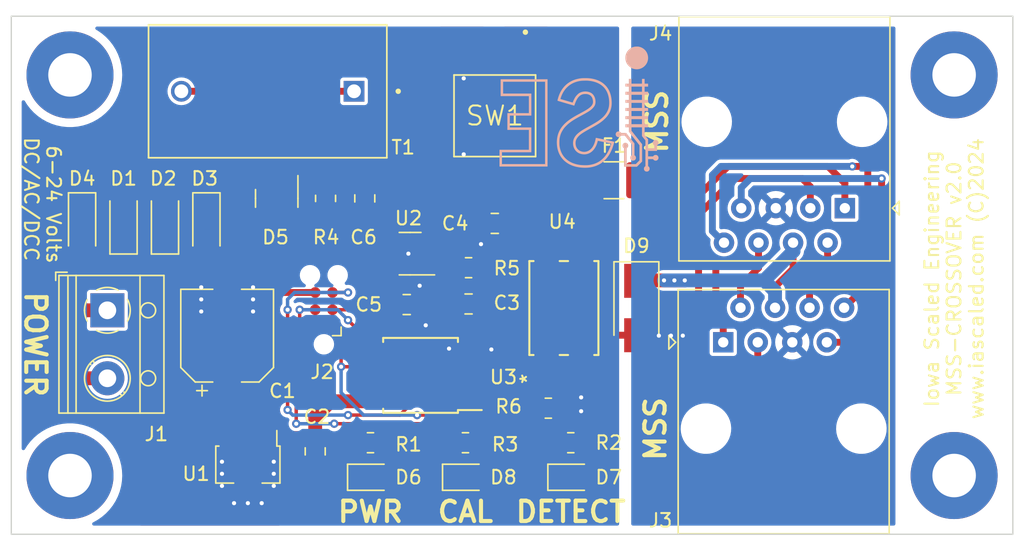
<source format=kicad_pcb>
(kicad_pcb (version 20211014) (generator pcbnew)
  (layers (0 "F.Cu" signal) (31 "B.Cu" signal) (34 "B.Paste" user) (35 "F.Paste" user) (36 "B.SilkS" user "B.Silkscreen") (37 "F.SilkS" user "F.Silkscreen") (38 "B.Mask" user) (39 "F.Mask" user) (44 "Edge.Cuts" user))
  (net 0 "")
  (net 1 "/VPWR")
  (net 2 "GND")
  (net 3 "+3.3V")
  (net 4 "/DCC_CURRENT")
  (net 5 "Net-(D1-Pad2)")
  (net 6 "Net-(D2-Pad2)")
  (net 7 "Net-(D5-Pad1)")
  (net 8 "Net-(D6-Pad2)")
  (net 13 "/MSS_OCC")
  (net 14 "/MSS_GND")
  (net 15 "Net-(F1-Pad2)")
  (net 16 "Net-(J2-Pad3)")
  (net 17 "Net-(J2-Pad5)")
  (net 18 "Net-(J3-Pad1)")
  (net 19 "Net-(J3-Pad2)")
  (net 20 "Net-(J3-Pad3)")
  (net 21 "Net-(J3-Pad6)")
  (net 22 "Net-(J3-Pad7)")
  (net 23 "Net-(J3-Pad8)")
  (net 24 "Net-(R5-Pad2)")
  (net 25 "Net-(U4-Pad1)")
  (net 26 "/{slash}CAL_SW")
  (net 27 "Net-(R2-Pad2)")
  (net 28 "Net-(R3-Pad2)")
  (net 29 "Net-(J2-Pad1)")
  (net 30 "Net-(J2-Pad4)")
  (footprint "Capacitor_SMD:C_0805_2012Metric" (layer "F.Cu") (at 54.483 174.879)
    (fp_text reference "C5")
    (fp_text value "0.1uF")
  )
  (footprint "Diode_SMD:D_SMA" (layer "F.Cu") (at 71.374 175.133 -90)
    (fp_text reference "D9")
    (fp_text value "SMAJ18A-TP")
  )
  (footprint "Resistor_SMD:R_0805_2012Metric" (layer "F.Cu") (at 58.801 185.039)
    (fp_text reference "R3")
    (fp_text value "1k")
  )
  (footprint "MountingHole:MountingHole_3.2mm_M3_Pad" (layer "F.Cu") (at 94.742 187.452)
    (fp_text reference "H2" hide)
    (fp_text value "MountingHole")
  )
  (footprint "Connector_RJ:RJ45_Amphenol_54602-x08_Horizontal" (layer "F.Cu") (at 86.7055 167.787 180)
    (fp_text reference "J4")
    (fp_text value "8P8C")
  )
  (footprint "Resistor_SMD:R_0805_2012Metric" (layer "F.Cu") (at 64.897 182.499 180)
    (fp_text reference "R6")
    (fp_text value "330")
  )
  (footprint "LED_SMD:LED_0805_2012Metric" (layer "F.Cu") (at 51.816 187.579)
    (fp_text reference "D6")
    (fp_text value "GREEN LED")
  )
  (footprint "Resistor_SMD:R_0805_2012Metric" (layer "F.Cu") (at 51.816 185.039 180)
    (fp_text reference "R1")
    (fp_text value "1k")
  )
  (footprint "MountingHole:MountingHole_3.2mm_M3_Pad" (layer "F.Cu") (at 94.742 157.988)
    (fp_text reference "H3" hide)
    (fp_text value "MountingHole")
  )
  (footprint "Diode_SMD:D_SOD-123" (layer "F.Cu") (at 36.703 168.91 90)
    (fp_text reference "D2")
    (fp_text value "CDBM140G")
  )
  (footprint "Connector_RJ:RJ45_Amphenol_54602-x08_Horizontal" (layer "F.Cu") (at 77.7595 177.653)
    (fp_text reference "J3")
    (fp_text value "8P8C")
  )
  (footprint "LED_SMD:LED_0805_2012Metric" (layer "F.Cu") (at 58.801 187.579)
    (fp_text reference "D8")
    (fp_text value "AMBER LED")
  )
  (footprint "Capacitor_SMD:C_0805_2012Metric" (layer "F.Cu") (at 60.96 168.91 180)
    (fp_text reference "C4")
    (fp_text value "0.1uF")
  )
  (footprint "Resistor_SMD:R_1210_3225Metric" (layer "F.Cu") (at 69.723 165.735 180)
    (fp_text reference "F1")
    (fp_text value "1210L020WR")
  )
  (footprint "TerminalBlock_RND:TerminalBlock_RND_205-00012_1x02_P5.00mm_Horizontal" (layer "F.Cu") (at 32.466 175.3 -90)
    (fp_text reference "J1")
    (fp_text value "Screw_Terminal_01x02")
  )
  (footprint "Package_SO:SOIC-8W_5.3x5.3mm_P1.27mm" (layer "F.Cu") (at 55.499 180.086 180)
    (fp_text reference "U3")
    (fp_text value "ATtiny85-20S")
  )
  (footprint "Resistor_SMD:R_0805_2012Metric" (layer "F.Cu") (at 48.514 167.071 90)
    (fp_text reference "R4")
    (fp_text value "510")
  )
  (footprint "Diode_SMD:D_SOD-123" (layer "F.Cu") (at 30.607 168.91 -90)
    (fp_text reference "D4")
    (fp_text value "CDBM140G")
  )
  (footprint "ISE_Generic:SOT-89-3" (layer "F.Cu") (at 42.799 186.3475 -90)
    (fp_text reference "U1")
    (fp_text value "AP7381-33Y")
  )
  (footprint "Capacitor_SMD:C_0805_2012Metric" (layer "F.Cu") (at 47.752 185.674 -90)
    (fp_text reference "C2")
    (fp_text value "22uF")
  )
  (footprint "Capacitor_SMD:CP_Elec_6.3x5.8" (layer "F.Cu") (at 41.275 177.165 90)
    (fp_text reference "C1")
    (fp_text value "68uF")
  )
  (footprint "Capacitor_SMD:C_0805_2012Metric" (layer "F.Cu") (at 51.39825 167.071 -90)
    (fp_text reference "C6")
    (fp_text value "0.1uF")
  )
  (footprint "Resistor_SMD:R_0805_2012Metric" (layer "F.Cu") (at 59.0315 172.16725 180)
    (fp_text reference "R5")
    (fp_text value "100k")
  )
  (footprint "MountingHole:MountingHole_3.2mm_M3_Pad" (layer "F.Cu") (at 29.718 187.452)
    (fp_text reference "H1" hide)
    (fp_text value "MountingHole")
  )
  (footprint "MountingHole:MountingHole_3.2mm_M3_Pad" (layer "F.Cu") (at 29.718 157.988)
    (fp_text reference "H4" hide)
    (fp_text value "MountingHole")
  )
  (footprint "Diode_SMD:D_SOD-123" (layer "F.Cu") (at 33.655 168.91 90)
    (fp_text reference "D1")
    (fp_text value "CDBM140G")
  )
  (footprint "ISE_Generic:XFMR_PE-51687" (layer "F.Cu") (at 44.257 159.192 180)
    (fp_text reference "T1")
    (fp_text value "PE-51687")
  )
  (footprint "Diode_SMD:D_SOD-123" (layer "F.Cu") (at 39.751 168.91 -90)
    (fp_text reference "D3")
    (fp_text value "CDBM140G")
  )
  (footprint "Package_TO_SOT_SMD:SOT-23" (layer "F.Cu") (at 44.92125 167.071 -90)
    (fp_text reference "D5")
    (fp_text value "BAV99")
  )
  (footprint "Package_TO_SOT_SMD:SOT-23-5" (layer "F.Cu") (at 54.7315 171.135 180)
    (fp_text reference "U2")
    (fp_text value "INA180A4")
  )
  (footprint "Connector:Tag-Connect_TC2030-IDC-NL_2x03_P1.27mm_Vertical" (layer "F.Cu") (at 48.387 175.26 90)
    (fp_text reference "J2")
    (fp_text value "AVR-ISP")
  )
  (footprint "Capacitor_SMD:C_0805_2012Metric" (layer "F.Cu") (at 59.0315 174.83425 180)
    (fp_text reference "C3")
    (fp_text value "1uF")
  )
  (footprint "Resistor_SMD:R_0805_2012Metric" (layer "F.Cu") (at 66.548 185.039)
    (fp_text reference "R2")
    (fp_text value "1k")
  )
  (footprint "LED_SMD:LED_0805_2012Metric" (layer "F.Cu") (at 66.548 187.579)
    (fp_text reference "D7")
    (fp_text value "RED LED")
  )
  (footprint "ISE_UltraLibrarian:11-5B201S_TOS" (layer "F.Cu") (at 66.04 175.133 90)
    (fp_text reference "U4")
    (fp_text value "TLP241A")
  )
  (footprint "ISE_Generic:TE_FSM4JSMA" (layer "F.Cu") (at 60.96 160.995 -90)
    (fp_text reference "SW1")
    (fp_text value "FSM4JSMATR")
  )
  (gr_poly (pts (xy 70.047272 162.142722) (xy 70.032405 162.144491) (xy 70.017622 162.14716) (xy 70.003035 162.150703) (xy 69.988753 162.155088) (xy 69.974888 162.160288) (xy 69.96155 162.166274) (xy 69.94885 162.173016) (xy 69.936898 162.180485) (xy 69.925805 162.188654) (xy 69.920616 162.192991) (xy 69.915682 162.197492) (xy 69.911018 162.202153) (xy 69.906638 162.206971) (xy 69.897888 162.217516) (xy 69.889888 162.228362) (xy 69.882633 162.239479) (xy 69.876119 162.250838) (xy 69.870339 162.262408) (xy 69.865287 162.274159) (xy 69.860959 162.286062) (xy 69.857349 162.298087) (xy 69.85445 162.310203) (xy 69.852258 162.322382) (xy 69.850767 162.334593) (xy 69.849972 162.346807) (xy 69.849866 162.358993) (xy 69.850445 162.371122) (xy 69.851703 162.383164) (xy 69.853633 162.395089) (xy 69.856232 162.406868) (xy 69.859492 162.418469) (xy 69.863409 162.429865) (xy 69.867977 162.441024) (xy 69.873191 162.451916) (xy 69.879044 162.462513) (xy 69.885532 162.472784) (xy 69.892648 162.4827) (xy 69.900388 162.492229) (xy 69.908745 162.501344) (xy 69.917715 162.510013) (xy 69.927291 162.518207) (xy 69.937468 162.525897) (xy 69.94824 162.533051) (xy 69.959603 162.539641) (xy 69.971549 162.545637) (xy 69.981484 162.549854) (xy 69.991925 162.553509) (xy 70.0028 162.556601) (xy 70.014037 162.559131) (xy 70.025563 162.561099) (xy 70.037307 162.562505) (xy 70.049195 162.563348) (xy 70.061155 162.563629) (xy 70.073115 162.563348) (xy 70.085003 162.562505) (xy 70.096747 162.561099) (xy 70.108273 162.559131) (xy 70.11951 162.556601) (xy 70.130385 162.553509) (xy 70.140826 162.549854) (xy 70.15076 162.545637) (xy 70.157395 162.542191) (xy 70.164516 162.53801) (xy 70.171996 162.533202) (xy 70.17971 162.527877) (xy 70.187532 162.522143) (xy 70.195335 162.516108) (xy 70.202993 162.50988) (xy 70.21038 162.503569) (xy 70.21737 162.497282) (xy 70.223838 162.491129) (xy 70.229656 162.485218) (xy 70.2347 162.479657) (xy 70.238842 162.474555) (xy 70.240535 162.47221) (xy 70.241956 162.470021) (xy 70.243089 162.468) (xy 70.243918 162.466162) (xy 70.244426 162.46452) (xy 70.244599 162.463088) (xy 70.245323 162.462435) (xy 70.247448 162.461802) (xy 70.255613 162.460607) (xy 70.268524 162.459528) (xy 70.28561 162.45859) (xy 70.306301 162.457817) (xy 70.330027 162.457234) (xy 70.384299 162.456738) (xy 70.523999 162.456738) (xy 70.77941 162.779176) (xy 71.034821 163.102321) (xy 71.034821 163.893954) (xy 71.016477 163.903832) (xy 71.010666 163.907284) (xy 71.004649 163.911506) (xy 70.998486 163.916425) (xy 70.992235 163.921967) (xy 70.985954 163.928059) (xy 70.979704 163.934627) (xy 70.973543 163.941598) (xy 70.967529 163.948899) (xy 70.961722 163.956457) (xy 70.956181 163.964197) (xy 70.950964 163.972047) (xy 70.946131 163.979933) (xy 70.94174 163.987781) (xy 70.93785 163.995519) (xy 70.934521 164.003074) (xy 70.93181 164.01037) (xy 70.928899 164.020498) (xy 70.92651 164.031231) (xy 70.924639 164.042465) (xy 70.923278 164.054093) (xy 70.922421 164.066011) (xy 70.922062 164.078112) (xy 70.922195 164.090293) (xy 70.922814 164.102446) (xy 70.923913 164.114467) (xy 70.925485 164.12625) (xy 70.927524 164.13769) (xy 70.930024 164.148682) (xy 70.932979 164.159119) (xy 70.936383 164.168898) (xy 70.940228 164.177911) (xy 70.94451 164.186054) (xy 70.952679 164.19901) (xy 70.96131 164.211152) (xy 70.970402 164.222478) (xy 70.979953 164.232984) (xy 70.989964 164.242668) (xy 71.000432 164.251526) (xy 71.011358 164.259555) (xy 71.022739 164.266752) (xy 71.034575 164.273114) (xy 71.046864 164.278638) (xy 71.059606 164.28332) (xy 71.0728 164.287158) (xy 71.086445 164.290149) (xy 71.100539 164.292289) (xy 71.115081 164.293575) (xy 71.130072 164.294004) (xy 71.141356 164.293742) (xy 71.152447 164.292961) (xy 71.163335 164.291673) (xy 71.174008 164.289888) (xy 71.184454 164.287619) (xy 71.194664 164.284875) (xy 71.204627 164.281668) (xy 71.21433 164.278008) (xy 71.223764 164.273907) (xy 71.232917 164.269376) (xy 71.241778 164.264426) (xy 71.250337 164.259067) (xy 71.258582 164.253311) (xy 71.266502 164.247168) (xy 71.274087 164.24065) (xy 71.281325 164.233767) (xy 71.288205 164.226531) (xy 71.294717 164.218953) (xy 71.30085 164.211043) (xy 71.306591 164.202812) (xy 71.311931 164.194272) (xy 71.316859 164.185434) (xy 71.321363 164.176308) (xy 71.325433 164.166905) (xy 71.329057 164.157236) (xy 71.332225 164.147313) (xy 71.334926 164.137147) (xy 71.337148 164.126747) (xy 71.338881 164.116126) (xy 71.340113 164.105295) (xy 71.340834 164.094263) (xy 71.341033 164.083043) (xy 71.340759 164.070788) (xy 71.339936 164.058886) (xy 71.338558 164.047327) (xy 71.336623 164.036101) (xy 71.334125 164.025198) (xy 71.331061 164.014607) (xy 71.327426 164.004317) (xy 71.323217 163.994319) (xy 71.318429 163.984603) (xy 71.313058 163.975156) (xy 71.3071 163.965971) (xy 71.300551 163.957035) (xy 71.293407 163.94834) (xy 71.285663 163.939873) (xy 71.277315 163.931626) (xy 71.26836 163.923588) (xy 71.232377 163.892543) (xy 71.232377 163.026826) (xy 70.926871 162.640182) (xy 70.622072 162.252832) (xy 70.435099 162.252126) (xy 70.248127 162.251421) (xy 70.229077 162.223904) (xy 70.224492 162.217615) (xy 70.219486 162.211458) (xy 70.214083 162.205449) (xy 70.208307 162.199607) (xy 70.202185 162.193945) (xy 70.19574 162.188483) (xy 70.188997 162.183235) (xy 70.181981 162.178219) (xy 70.174718 162.173451) (xy 70.167231 162.168948) (xy 70.159546 162.164726) (xy 70.151687 162.160801) (xy 70.143679 162.157191) (xy 70.135547 162.153911) (xy 70.127316 162.150979) (xy 70.11901 162.14841) (xy 70.11226 162.146692) (xy 70.105378 162.145238) (xy 70.091277 162.143113) (xy 70.076819 162.142004) (xy 70.062114 162.141883)) (layer "B.SilkS") (width 0) (fill solid))
  (gr_poly (pts (xy 61.389877 159.549849) (xy 63.464211 159.549849) (xy 63.464211 160.798682) (xy 61.883766 160.798682) (xy 61.883766 162.033404) (xy 63.464211 162.033404) (xy 63.464211 163.493904) (xy 61.30521 163.493904) (xy 61.30521 164.728626) (xy 64.840044 164.728626) (xy 64.840044 164.545182) (xy 64.6566 164.545182) (xy 61.488655 164.545182) (xy 61.488655 163.677349) (xy 63.647656 163.677349) (xy 63.647656 161.84996) (xy 62.067211 161.84996) (xy 62.067211 160.982127) (xy 63.647656 160.982127) (xy 63.647656 159.359349) (xy 61.573322 159.359349) (xy 61.573322 158.491516) (xy 64.6566 158.491516) (xy 64.6566 164.545182) (xy 64.840044 164.545182) (xy 64.840044 158.308071) (xy 61.389877 158.308071)) (layer "B.SilkS") (width 0) (fill solid))
  (gr_poly (pts (xy 67.532882 158.22473) (xy 67.463101 158.225808) (xy 67.403473 158.227712) (xy 67.358877 158.23046) (xy 67.203242 158.249718) (xy 67.053164 158.278556) (xy 66.980266 158.296524) (xy 66.908826 158.316833) (xy 66.838866 158.339466) (xy 66.770411 158.364405) (xy 66.703482 158.391633) (xy 66.638102 158.421131) (xy 66.574295 158.452881) (xy 66.512082 158.486866) (xy 66.451488 158.523068) (xy 66.392535 158.561469) (xy 66.335245 158.602052) (xy 66.279642 158.644798) (xy 66.225748 158.689689) (xy 66.173587 158.736708) (xy 66.123181 158.785837) (xy 66.074552 158.837059) (xy 66.027725 158.890354) (xy 65.982722 158.945706) (xy 65.939565 159.003097) (xy 65.898278 159.062508) (xy 65.858883 159.123923) (xy 65.821404 159.187323) (xy 65.785862 159.252689) (xy 65.752282 159.320006) (xy 65.720685 159.389254) (xy 65.691095 159.460416) (xy 65.638027 159.60841) (xy 65.62666 159.644596) (xy 65.614689 159.685304) (xy 65.602767 159.727981) (xy 65.591549 159.77007) (xy 65.581686 159.809018) (xy 65.573833 159.842268) (xy 65.568642 159.867267) (xy 65.567249 159.875874) (xy 65.566766 159.88146) (xy 65.568537 159.883374) (xy 65.57402 159.886258) (xy 65.597149 159.89524) (xy 65.699234 159.928203) (xy 65.889425 159.985243) (xy 66.184127 160.071254) (xy 66.424303 160.140685) (xy 66.621219 160.197019) (xy 66.754635 160.234568) (xy 66.791205 160.24452) (xy 66.80431 160.247643) (xy 66.805509 160.245165) (xy 66.807948 160.239066) (xy 66.815952 160.217657) (xy 66.827131 160.186723) (xy 66.840294 160.149571) (xy 66.870908 160.066054) (xy 66.902213 159.987948) (xy 66.93429 159.915156) (xy 66.967217 159.847582) (xy 67.001074 159.785131) (xy 67.035941 159.727705) (xy 67.053778 159.700847) (xy 67.071897 159.67521) (xy 67.090309 159.650781) (xy 67.109022 159.627548) (xy 67.128048 159.6055) (xy 67.147396 159.584624) (xy 67.167076 159.564909) (xy 67.187098 159.546342) (xy 67.207472 159.528911) (xy 67.228207 159.512605) (xy 67.249315 159.497411) (xy 67.270804 159.483317) (xy 67.292685 159.470312) (xy 67.314968 159.458383) (xy 67.337662 159.447518) (xy 67.360777 159.437705) (xy 67.384325 159.428933) (xy 67.408313 159.421189) (xy 67.432753 159.414461) (xy 67.457655 159.408738) (xy 67.47431 159.405497) (xy 67.492143 159.402654) (xy 67.510974 159.400209) (xy 67.530625 159.398165) (xy 67.57167 159.395281) (xy 67.613847 159.394009) (xy 67.655727 159.394358) (xy 67.695879 159.396336) (xy 67.71486 159.397938) (xy 67.732872 159.39995) (xy 67.749738 159.402374) (xy 67.765277 159.40521) (xy 67.81077 159.416308) (xy 67.853593 159.430027) (xy 67.893753 159.446378) (xy 67.931259 159.46537) (xy 67.949019 159.475859) (xy 67.966119 159.487011) (xy 67.98256 159.498829) (xy 67.998342 159.511312) (xy 68.013467 159.524462) (xy 68.027935 159.538281) (xy 68.041749 159.55277) (xy 68.054908 159.567929) (xy 68.067414 159.583759) (xy 68.079267 159.600263) (xy 68.09047 159.617441) (xy 68.101022 159.635294) (xy 68.120181 159.673031) (xy 68.136752 159.713483) (xy 68.150743 159.756659) (xy 68.162163 159.802569) (xy 68.17102 159.851221) (xy 68.177322 159.902627) (xy 68.179138 159.924081) (xy 68.180344 159.944582) (xy 68.180923 159.96422) (xy 68.18086 159.983082) (xy 68.18014 160.001258) (xy 68.178748 160.018836) (xy 68.176667 160.035907) (xy 68.173882 160.052557) (xy 68.170378 160.068877) (xy 68.166139 160.084955) (xy 68.161149 160.10088) (xy 68.155394 160.116741) (xy 68.148857 160.132626) (xy 68.141524 160.148626) (xy 68.133378 160.164828) (xy 68.124405 160.181321) (xy 68.113034 160.200546) (xy 68.100347 160.219865) (xy 68.086333 160.239287) (xy 68.070981 160.258822) (xy 68.054281 160.278481) (xy 68.036224 160.298275) (xy 68.016798 160.318214) (xy 67.995994 160.338307) (xy 67.9738 160.358566) (xy 67.950207 160.379001) (xy 67.925204 160.399621) (xy 67.898781 160.420438) (xy 67.870928 160.441462) (xy 67.841634 160.462703) (xy 67.810889 160.484171) (xy 67.778683 160.505877) (xy 67.733184 160.535575) (xy 67.687479 160.564338) (xy 67.638846 160.593747) (xy 67.584567 160.62538) (xy 67.448185 160.701635) (xy 67.256572 160.805738) (xy 67.125503 160.876501) (xy 67.01289 160.938063) (xy 66.915755 160.992133) (xy 66.831121 161.040423) (xy 66.756013 161.084646) (xy 66.687453 161.126512) (xy 66.622465 161.167733) (xy 66.558072 161.210021) (xy 66.435982 161.295046) (xy 66.322054 161.381429) (xy 66.216181 161.469338) (xy 66.118257 161.55894) (xy 66.028175 161.650402) (xy 65.94583 161.743892) (xy 65.871114 161.839577) (xy 65.803921 161.937625) (xy 65.744144 162.038203) (xy 65.691678 162.141478) (xy 65.646416 162.247619) (xy 65.60825 162.356791) (xy 65.577076 162.469164) (xy 65.552786 162.584903) (xy 65.535274 162.704178) (xy 65.524433 162.827154) (xy 65.521409 162.902734) (xy 65.52128 162.980679) (xy 65.523961 163.060046) (xy 65.529372 163.139892) (xy 65.537428 163.219275) (xy 65.548047 163.297253) (xy 65.561147 163.372882) (xy 65.576644 163.445221) (xy 65.612743 163.576499) (xy 65.65767 163.702195) (xy 65.711225 163.822131) (xy 65.773207 163.936133) (xy 65.843417 164.044025) (xy 65.921652 164.145631) (xy 66.007714 164.240775) (xy 66.101401 164.329282) (xy 66.202513 164.410976) (xy 66.310849 164.485681) (xy 66.426209 164.553222) (xy 66.548392 164.613422) (xy 66.677198 164.666107) (xy 66.812427 164.7111) (xy 66.953878 164.748226) (xy 67.101349 164.777309) (xy 67.207603 164.792648) (xy 67.316908 164.804242) (xy 67.427816 164.812049) (xy 67.538882 164.816027) (xy 67.648658 164.816136) (xy 67.755697 164.812334) (xy 67.858552 164.80458) (xy 67.907959 164.799208) (xy 67.955777 164.792832) (xy 68.070546 164.772948) (xy 68.182009 164.7477) (xy 68.290153 164.717095) (xy 68.394963 164.681145) (xy 68.496424 164.639857) (xy 68.594522 164.593241) (xy 68.689243 164.541307) (xy 68.780571 164.484063) (xy 68.868493 164.42152) (xy 68.952994 164.353685) (xy 69.03406 164.28057) (xy 69.111675 164.202183) (xy 69.185827 164.118532) (xy 69.256499 164.029629) (xy 69.323678 163.935481) (xy 69.387349 163.836099) (xy 69.410929 163.795524) (xy 69.437477 163.746846) (xy 69.465794 163.692479) (xy 69.494682 163.634839) (xy 69.522941 163.576338) (xy 69.549374 163.519392) (xy 69.57278 163.466415) (xy 69.591961 163.419821) (xy 69.619002 163.348025) (xy 69.647159 163.267068) (xy 69.674771 163.182539) (xy 69.700175 163.100028) (xy 69.715036 163.048338) (xy 69.518817 163.048338) (xy 69.518583 163.051785) (xy 69.517886 163.056117) (xy 69.516711 163.061455) (xy 69.515045 163.067919) (xy 69.512872 163.075631) (xy 69.506949 163.09528) (xy 69.498827 163.121371) (xy 69.480485 163.177956) (xy 69.461198 163.233897) (xy 69.440998 163.289129) (xy 69.419915 163.343588) (xy 69.39798 163.397207) (xy 69.375225 163.449921) (xy 69.35168 163.501666) (xy 69.327377 163.552377) (xy 69.302346 163.601988) (xy 69.276618 163.650434) (xy 69.250225 163.69765) (xy 69.223197 163.743571) (xy 69.195566 163.788133) (xy 69.167362 163.831268) (xy 69.138616 163.872914) (xy 69.10936 163.913004) (xy 69.048122 163.990529) (xy 68.984248 164.063571) (xy 68.917716 164.132144) (xy 68.848503 164.196263) (xy 68.776586 164.255941) (xy 68.701943 164.311194) (xy 68.624551 164.362035) (xy 68.544387 164.408481) (xy 68.461428 164.450543) (xy 68.375651 164.488239) (xy 68.287035 164.521581) (xy 68.195556 164.550584) (xy 68.101191 164.575263) (xy 68.003917 164.595632) (xy 67.903713 164.611706) (xy 67.800555 164.623498) (xy 67.744813 164.627088) (xy 67.677016 164.628933) (xy 67.601051 164.629141) (xy 67.520802 164.62782) (xy 67.440156 164.625076) (xy 67.363 164.621018) (xy 67.293219 164.615752) (xy 67.234699 164.609387) (xy 67.152065 164.597018) (xy 67.071641 164.582397) (xy 66.993421 164.565523) (xy 66.917398 164.546394) (xy 66.843566 164.525008) (xy 66.771918 164.501363) (xy 66.70245 164.475456) (xy 66.635154 164.447286) (xy 66.570024 164.41685) (xy 66.507054 164.384147) (xy 66.446238 164.349174) (xy 66.38757 164.31193) (xy 66.331043 164.272411) (xy 66.276651 164.230617) (xy 66.224389 164.186545) (xy 66.174249 164.140193) (xy 66.128273 164.093757) (xy 66.084782 164.045957) (xy 66.043746 163.996735) (xy 66.005137 163.946033) (xy 65.968925 163.893793) (xy 65.935083 163.839957) (xy 65.90358 163.784468) (xy 65.874388 163.727267) (xy 65.847479 163.668296) (xy 65.822822 163.607499) (xy 65.80039 163.544816) (xy 65.780152 163.48019) (xy 65.762081 163.413563) (xy 65.746148 163.344878) (xy 65.732323 163.274075) (xy 65.720577 163.201099) (xy 65.718004 163.179801) (xy 65.715839 163.153915) (xy 65.712706 163.090988) (xy 65.711126 163.017544) (xy 65.711052 162.938808) (xy 65.712433 162.860007) (xy 65.715219 162.786364) (xy 65.719362 162.723107) (xy 65.724811 162.67546) (xy 65.731538 162.636713) (xy 65.73987 162.594883) (xy 65.749491 162.55125) (xy 65.760088 162.507096) (xy 65.771347 162.463703) (xy 65.782952 162.422353) (xy 65.794591 162.384326) (xy 65.805949 162.350904) (xy 65.816804 162.322544) (xy 65.828694 162.293622) (xy 65.841561 162.264237) (xy 65.855349 162.234488) (xy 65.870002 162.204474) (xy 65.885461 162.174295) (xy 65.918574 162.113838) (xy 65.954233 162.053909) (xy 65.991985 161.995304) (xy 66.011503 161.966746) (xy 66.031373 161.938816) (xy 66.051539 161.911613) (xy 66.071944 161.885237) (xy 66.085732 161.868505) (xy 66.102017 161.849734) (xy 66.140813 161.807318) (xy 66.18581 161.76047) (xy 66.234486 161.711671) (xy 66.28432 161.663401) (xy 66.33279 161.618141) (xy 66.377373 161.578371) (xy 66.415549 161.546571) (xy 66.503009 161.479359) (xy 66.589899 161.416198) (xy 66.680476 161.354459) (xy 66.778998 161.291513) (xy 66.889725 161.22473) (xy 67.016914 161.151482) (xy 67.164823 161.069139) (xy 67.33771 160.975071) (xy 67.511651 160.880345) (xy 67.656743 160.799211) (xy 67.719729 160.762925) (xy 67.777014 160.729058) (xy 67.8291 160.697283) (xy 67.87649 160.667272) (xy 67.919689 160.638701) (xy 67.959199 160.611241) (xy 67.995523 160.584567) (xy 68.029166 160.558352) (xy 68.06063 160.532269) (xy 68.090418 160.505992) (xy 68.119035 160.479194) (xy 68.146983 160.451549) (xy 68.17374 160.423815) (xy 68.198485 160.396633) (xy 68.221276 160.36989) (xy 68.242167 160.343477) (xy 68.261213 160.317284) (xy 68.278472 160.291199) (xy 68.293999 160.265112) (xy 68.307849 160.238912) (xy 68.320079 160.212489) (xy 68.330744 160.185732) (xy 68.3399 160.158531) (xy 68.347603 160.130775) (xy 68.353909 160.102353) (xy 68.358873 160.073155) (xy 68.362551 160.04307) (xy 68.364999 160.011988) (xy 68.366689 159.963134) (xy 68.365716 159.914578) (xy 68.362147 159.866488) (xy 68.356047 159.819029) (xy 68.347484 159.772369) (xy 68.336523 159.726672) (xy 68.323231 159.682106) (xy 68.307673 159.638837) (xy 68.289915 159.597032) (xy 68.270025 159.556856) (xy 68.248067 159.518477) (xy 68.224109 159.48206) (xy 68.198215 159.447773) (xy 68.170453 159.415781) (xy 68.140889 159.386251) (xy 68.125451 159.372461) (xy 68.109588 159.359349) (xy 68.063006 159.325915) (xy 68.012726 159.296535) (xy 67.9592 159.271227) (xy 67.902882 159.25001) (xy 67.844225 159.232902) (xy 67.783679 159.219922) (xy 67.7217 159.211088) (xy 67.658738 159.20642) (xy 67.595248 159.205935) (xy 67.53168 159.209653) (xy 67.468489 159.217591) (xy 67.406127 159.229769) (xy 67.345047 159.246205) (xy 67.2857 159.266918) (xy 67.228541 159.291926) (xy 67.174021 159.321249) (xy 67.158178 159.331263) (xy 67.141199 159.343188) (xy 67.123274 159.356836) (xy 67.10459 159.372016) (xy 67.085336 159.388539) (xy 67.065699 159.406217) (xy 67.045868 159.424861) (xy 67.026031 159.44428) (xy 67.006376 159.464287) (xy 66.987091 159.484691) (xy 66.968363 159.505304) (xy 66.950382 159.525937) (xy 66.933336 159.5464) (xy 66.917411 159.566505) (xy 66.902798 159.586062) (xy 66.889682 159.604882) (xy 66.867612 159.639835) (xy 66.844615 159.678921) (xy 66.821221 159.721117) (xy 66.79796 159.765396) (xy 66.77536 159.810734) (xy 66.753951 159.856104) (xy 66.734262 159.900483) (xy 66.716822 159.942844) (xy 66.712486 159.95373) (xy 66.708462 159.963655) (xy 66.704732 159.972649) (xy 66.701277 159.980745) (xy 66.698079 159.987972) (xy 66.695118 159.994363) (xy 66.69372 159.997253) (xy 66.692376 159.999947) (xy 66.691081 160.002446) (xy 66.689834 160.004756) (xy 66.688633 160.006879) (xy 66.687475 160.008821) (xy 66.686357 160.010584) (xy 66.685278 160.012172) (xy 66.684236 160.01359) (xy 66.683227 160.014842) (xy 66.68225 160.015931) (xy 66.681301 160.01686) (xy 66.68038 160.017635) (xy 66.679483 160.018259) (xy 66.678609 160.018735) (xy 66.677754 160.019068) (xy 66.676917 160.019261) (xy 66.676096 160.019319) (xy 66.675287 160.019245) (xy 66.674488 160.019043) (xy 66.237044 159.892043) (xy 65.932156 159.803408) (xy 65.836696 159.775065) (xy 65.809435 159.76671) (xy 65.798188 159.762927) (xy 65.796462 159.762078) (xy 65.794998 159.761065) (xy 65.793809 159.759806) (xy 65.792908 159.758219) (xy 65.792308 159.756223) (xy 65.792024 159.753737) (xy 65.792069 159.750677) (xy 65.792456 159.746963) (xy 65.793198 159.742514) (xy 65.794309 159.737247) (xy 65.797692 159.723934) (xy 65.802712 159.706371) (xy 65.809477 159.683904) (xy 65.824089 159.638489) (xy 65.839859 159.593304) (xy 65.85675 159.548412) (xy 65.87473 159.503877) (xy 65.893764 159.459765) (xy 65.913818 159.416138) (xy 65.934858 159.373061) (xy 65.95685 159.330597) (xy 65.97976 159.288812) (xy 66.003553 159.247769) (xy 66.028196 159.207532) (xy 66.053655 159.168165) (xy 66.079894 159.129733) (xy 66.106881 159.092299) (xy 66.134582 159.055927) (xy 66.162961 159.020682) (xy 66.175499 159.005984) (xy 66.189449 158.990313) (xy 66.220882 158.956719) (xy 66.255854 158.92124) (xy 66.292959 158.885216) (xy 66.330792 158.849985) (xy 66.367947 158.816887) (xy 66.403018 158.787262) (xy 66.419333 158.77417) (xy 66.434599 158.762449) (xy 66.480086 158.729515) (xy 66.526599 158.698181) (xy 66.574155 158.66844) (xy 66.622773 158.640288) (xy 66.67247 158.61372) (xy 66.723264 158.588729) (xy 66.775172 158.565312) (xy 66.828211 158.543462) (xy 66.8824 158.523175) (xy 66.937755 158.504446) (xy 66.994295 158.487269) (xy 67.052037 158.471639) (xy 67.110999 158.457551) (xy 67.171198 158.445) (xy 67.232651 158.433981) (xy 67.295377 158.424488) (xy 67.341584 158.419809) (xy 67.403757 158.4159) (xy 67.476762 158.412867) (xy 67.555463 158.410818) (xy 67.634726 158.40986) (xy 67.709417 158.410101) (xy 67.774401 158.411649) (xy 67.824544 158.41461) (xy 67.985581 158.433368) (xy 68.062939 158.44599) (xy 68.138178 158.460763) (xy 68.211291 158.47768) (xy 68.282266 158.496732) (xy 68.351097 158.517913) (xy 68.417773 158.541213) (xy 68.482286 158.566626) (xy 68.544626 158.594144) (xy 68.604786 158.623759) (xy 68.662756 158.655464) (xy 68.718527 158.689249) (xy 68.77209 158.725109) (xy 68.823437 158.763035) (xy 68.872558 158.803018) (xy 68.919445 158.845053) (xy 68.964088 158.88913) (xy 69.006479 158.935242) (xy 69.046609 158.983381) (xy 69.084468 159.03354) (xy 69.120049 159.085711) (xy 69.153341 159.139886) (xy 69.184337 159.196057) (xy 69.213026 159.254216) (xy 69.239401 159.314357) (xy 69.263453 159.37647) (xy 69.285172 159.440548) (xy 69.304549 159.506584) (xy 69.321576 159.57457) (xy 69.336244 159.644498) (xy 69.348544 159.71636) (xy 69.35606 159.770299) (xy 69.362205 159.823856) (xy 69.366983 159.876966) (xy 69.370394 159.929559) (xy 69.37244 159.981569) (xy 69.373125 160.03293) (xy 69.372449 160.083573) (xy 69.370416 160.133431) (xy 69.367026 160.182438) (xy 69.362283 160.230527) (xy 69.356187 160.277629) (xy 69.348742 160.323678) (xy 69.339949 160.368607) (xy 69.32981 160.412348) (xy 69.318328 160.454834) (xy 69.305505 160.495999) (xy 69.291187 160.536861) (xy 69.274999 160.577894) (xy 69.257007 160.619004) (xy 69.237275 160.660095) (xy 69.215869 160.701076) (xy 69.192854 160.74185) (xy 69.168295 160.782325) (xy 69.142257 160.822406) (xy 69.114805 160.862) (xy 69.086004 160.901011) (xy 69.055919 160.939346) (xy 69.024616 160.976912) (xy 68.99216 161.013613) (xy 68.958615 161.049357) (xy 68.924047 161.084048) (xy 68.888521 161.117593) (xy 68.80445 161.191525) (xy 68.717468 161.262034) (xy 68.623806 161.331583) (xy 68.519692 161.402637) (xy 68.401357 161.477661) (xy 68.265031 161.559117) (xy 68.106942 161.649469) (xy 67.923322 161.751182) (xy 67.717564 161.864765) (xy 67.635538 161.910837) (xy 67.564723 161.951295) (xy 67.503103 161.987288) (xy 67.448659 162.019966) (xy 67.399375 162.050477) (xy 67.353233 162.079971) (xy 67.293022 162.120248) (xy 67.236408 162.159929) (xy 67.183283 162.199128) (xy 67.13354 162.23796) (xy 67.087072 162.27654) (xy 67.043769 162.314983) (xy 67.003527 162.353403) (xy 66.966235 162.391915) (xy 66.931789 162.430633) (xy 66.900079 162.469673) (xy 66.870998 162.509149) (xy 66.844439 162.549176) (xy 66.820294 162.589869) (xy 66.798457 162.631342) (xy 66.778818 162.67371) (xy 66.761272 162.717088) (xy 66.751508 162.745236) (xy 66.742856 162.77456) (xy 66.73532 162.80493) (xy 66.728904 162.836216) (xy 66.723613 162.868288) (xy 66.719451 162.901014) (xy 66.716421 162.934266) (xy 66.714529 162.967913) (xy 66.713777 163.001824) (xy 66.71417 163.035869) (xy 66.715713 163.069919) (xy 66.718409 163.103842) (xy 66.722263 163.13751) (xy 66.727278 163.17079) (xy 66.733459 163.203554) (xy 66.74081 163.235671) (xy 66.760103 163.30089) (xy 66.783763 163.362861) (xy 66.811657 163.42148) (xy 66.843656 163.476641) (xy 66.879628 163.528237) (xy 66.919441 163.576165) (xy 66.962965 163.620318) (xy 67.010068 163.660592) (xy 67.060619 163.69688) (xy 67.114486 163.729078) (xy 67.171539 163.757079) (xy 67.231645 163.780779) (xy 67.294675 163.800072) (xy 67.360496 163.814852) (xy 67.428978 163.825015) (xy 67.499988 163.830454) (xy 67.543661 163.831243) (xy 67.586819 163.829923) (xy 67.629438 163.826515) (xy 67.671491 163.821043) (xy 67.712951 163.813531) (xy 67.753793 163.804001) (xy 67.79399 163.792477) (xy 67.833517 163.778982) (xy 67.872348 163.763538) (xy 67.910456 163.746169) (xy 67.947815 163.726898) (xy 67.984399 163.705749) (xy 68.020182 163.682743) (xy 68.055138 163.657905) (xy 68.089241 163.631258) (xy 68.122464 163.602824) (xy 68.154783 163.572627) (xy 68.186169 163.54069) (xy 68.216599 163.507036) (xy 68.246044 163.471689) (xy 68.30188 163.396004) (xy 68.353468 163.313822) (xy 68.400599 163.225327) (xy 68.443065 163.130704) (xy 68.480657 163.030139) (xy 68.513166 162.923815) (xy 68.517876 162.905986) (xy 68.522404 162.889265) (xy 68.526635 162.874032) (xy 68.530452 162.860668) (xy 68.53374 162.849553) (xy 68.536383 162.841067) (xy 68.538265 162.835591) (xy 68.538885 162.8341) (xy 68.539271 162.833505) (xy 69.004144 162.930606) (xy 69.508705 163.038821) (xy 69.513547 163.04014) (xy 69.515411 163.040977) (xy 69.516885 163.042095) (xy 69.517953 163.043614) (xy 69.518602 163.045654) (xy 69.518817 163.048338) (xy 69.715036 163.048338) (xy 69.72171 163.025123) (xy 69.737713 162.963414) (xy 69.743121 162.939255) (xy 69.746523 162.920491) (xy 69.747711 162.907821) (xy 69.74741 162.903989) (xy 69.746477 162.901943) (xy 69.532242 162.853182) (xy 69.068174 162.753159) (xy 68.604767 162.655384) (xy 68.392516 162.61337) (xy 68.391606 162.615783) (xy 68.390002 162.621694) (xy 68.385108 162.642387) (xy 68.378625 162.672207) (xy 68.371349 162.707915) (xy 68.354719 162.786166) (xy 68.335803 162.861346) (xy 68.314632 162.933408) (xy 68.291236 163.002308) (xy 68.265644 163.068) (xy 68.237888 163.130438) (xy 68.207996 163.189578) (xy 68.175999 163.245372) (xy 68.15922 163.272001) (xy 68.141926 163.297777) (xy 68.124121 163.322694) (xy 68.105808 163.346746) (xy 68.086992 163.369928) (xy 68.067675 163.392235) (xy 68.047862 163.413659) (xy 68.027556 163.434196) (xy 68.006762 163.453841) (xy 67.985482 163.472586) (xy 67.963721 163.490428) (xy 67.941483 163.507359) (xy 67.91877 163.523375) (xy 67.895588 163.538469) (xy 67.871939 163.552636) (xy 67.847827 163.56587) (xy 67.817036 163.5812) (xy 67.78605 163.594909) (xy 67.754868 163.606997) (xy 67.723495 163.617464) (xy 67.691931 163.626312) (xy 67.66018 163.633538) (xy 67.628242 163.639144) (xy 67.59612 163.643129) (xy 67.563817 163.645494) (xy 67.531333 163.646238) (xy 67.498672 163.645362) (xy 67.465835 163.642865) (xy 67.432824 163.638747) (xy 67.399642 163.633009) (xy 67.366291 163.62565) (xy 67.332771 163.616671) (xy 67.283382 163.600228) (xy 67.236602 163.580342) (xy 67.192512 163.557126) (xy 67.15119 163.530692) (xy 67.112717 163.501154) (xy 67.077172 163.468624) (xy 67.044634 163.433215) (xy 67.015183 163.395038) (xy 66.9889 163.354208) (xy 66.965862 163.310836) (xy 66.94615 163.265035) (xy 66.929844 163.216918) (xy 66.917023 163.166598) (xy 66.907767 163.114187) (xy 66.902154 163.059798) (xy 66.900266 163.003543) (xy 66.900866 162.972468) (xy 66.902682 162.942165) (xy 66.90574 162.912566) (xy 66.910067 162.883599) (xy 66.915687 162.855194) (xy 66.922627 162.827281) (xy 66.930913 162.79979) (xy 66.940571 162.77265) (xy 66.951626 162.745791) (xy 66.964104 162.719144) (xy 66.978031 162.692636) (xy 66.993433 162.666199) (xy 67.010335 162.639762) (xy 67.028764 162.613255) (xy 67.048745 162.586607) (xy 67.070305 162.559748) (xy 67.099369 162.525858) (xy 67.130007 162.492751) (xy 67.162721 162.460086) (xy 67.198011 162.427523) (xy 67.236376 162.39472) (xy 67.278317 162.361336) (xy 67.324335 162.32703) (xy 67.374929 162.291461) (xy 67.491847 162.21517) (xy 67.633074 162.129735) (xy 67.802611 162.032426) (xy 68.00446 161.920516) (xy 68.16763 161.830359) (xy 68.308103 161.75105) (xy 68.429377 161.680406) (xy 68.53495 161.616245) (xy 68.628319 161.556383) (xy 68.712981 161.498637) (xy 68.792435 161.440826) (xy 68.870177 161.380765) (xy 68.911354 161.346693) (xy 68.956442 161.307024) (xy 69.003663 161.263501) (xy 69.05124 161.21787) (xy 69.097395 161.171876) (xy 69.14035 161.127262) (xy 69.178327 161.085773) (xy 69.194894 161.066746) (xy 69.209549 161.049155) (xy 69.254779 160.990649) (xy 69.296815 160.931251) (xy 69.335672 160.870913) (xy 69.371364 160.809585) (xy 69.403906 160.74722) (xy 69.433312 160.683769) (xy 69.459597 160.619183) (xy 69.482776 160.553413) (xy 69.502862 160.486412) (xy 69.51987 160.41813) (xy 69.533814 160.348519) (xy 69.54471 160.27753) (xy 69.552572 160.205115) (xy 69.557413 160.131225) (xy 69.559249 160.055812) (xy 69.558094 159.978827) (xy 69.553777 159.893332) (xy 69.546911 159.809879) (xy 69.537492 159.72846) (xy 69.525517 159.649067) (xy 69.510983 159.571692) (xy 69.493887 159.496326) (xy 69.474225 159.42296) (xy 69.451996 159.351588) (xy 69.427195 159.282199) (xy 69.399819 159.214787) (xy 69.369866 159.149343) (xy 69.337332 159.085858) (xy 69.302214 159.024324) (xy 69.26451 158.964734) (xy 69.224215 158.907078) (xy 69.181327 158.851349) (xy 69.16976 158.837482) (xy 69.156626 158.822468) (xy 69.126459 158.789767) (xy 69.092439 158.754784) (xy 69.056179 158.719057) (xy 69.01929 158.684124) (xy 68.983385 158.651522) (xy 68.950077 158.62279) (xy 68.9349 158.610356) (xy 68.920977 158.599466) (xy 68.868133 158.561657) (xy 68.813342 158.525763) (xy 68.756644 158.491795) (xy 68.698076 158.459766) (xy 68.637677 158.429688) (xy 68.575485 158.401574) (xy 68.511538 158.375436) (xy 68.445874 158.351287) (xy 68.378531 158.329138) (xy 68.309548 158.309003) (xy 68.238964 158.290893) (xy 68.166815 158.274822) (xy 68.093142 158.260801) (xy 68.01798 158.248843) (xy 67.94137 158.23896) (xy 67.863349 158.231166) (xy 67.815975 158.228357) (xy 67.754363 158.226293) (xy 67.683391 158.224989) (xy 67.607938 158.224463)) (layer "B.SilkS") (width 0) (fill solid))
  (gr_poly (pts (xy 71.78271 158.632627) (xy 71.013655 158.632627) (xy 71.013655 158.279849) (xy 70.816099 158.279849) (xy 70.816099 158.632627) (xy 70.562099 158.632627) (xy 70.562099 158.851349) (xy 70.816099 158.851349) (xy 70.816099 159.225293) (xy 70.562099 159.225293) (xy 70.562099 159.451071) (xy 70.816099 159.451071) (xy 70.816099 159.825015) (xy 70.562099 159.825015) (xy 70.562099 160.043738) (xy 70.816099 160.043738) (xy 70.816099 160.417682) (xy 70.562099 160.417682) (xy 70.562099 160.64346) (xy 70.816099 160.64346) (xy 70.816099 161.017404) (xy 70.562099 161.017404) (xy 70.562099 161.243182) (xy 70.816099 161.243182) (xy 70.816099 161.610071) (xy 70.562099 161.610071) (xy 70.562099 161.842905) (xy 70.816099 161.842905) (xy 70.816099 162.171693) (xy 71.207683 162.666287) (xy 71.599266 163.161587) (xy 71.599266 164.273543) (xy 71.463094 164.409715) (xy 71.327627 164.545182) (xy 70.660877 164.545182) (xy 70.660877 163.960276) (xy 70.660905 163.770009) (xy 70.66097 163.692676) (xy 70.661098 163.626119) (xy 70.661191 163.596626) (xy 70.661308 163.569521) (xy 70.66145 163.544701) (xy 70.661621 163.522064) (xy 70.661823 163.501509) (xy 70.662059 163.482932) (xy 70.66233 163.466232) (xy 70.662641 163.451306) (xy 70.662993 163.438053) (xy 70.663389 163.426369) (xy 70.663831 163.416154) (xy 70.66407 163.411564) (xy 70.664322 163.407304) (xy 70.664587 163.403359) (xy 70.664865 163.399718) (xy 70.665157 163.396366) (xy 70.665463 163.393293) (xy 70.665782 163.390484) (xy 70.666117 163.387927) (xy 70.666466 163.385609) (xy 70.66683 163.383518) (xy 70.66721 163.38164) (xy 70.667606 163.379963) (xy 70.668018 163.378475) (xy 70.668446 163.377162) (xy 70.668891 163.376011) (xy 70.669353 163.37501) (xy 70.669833 163.374147) (xy 70.67033 163.373407) (xy 70.670846 163.372779) (xy 70.67138 163.37225) (xy 70.671933 163.371807) (xy 70.672504 163.371436) (xy 70.673095 163.371127) (xy 70.673706 163.370865) (xy 70.674988 163.370432) (xy 70.677318 163.36954) (xy 70.6798 163.368328) (xy 70.685175 163.365007) (xy 70.691012 163.360592) (xy 70.697213 163.355207) (xy 70.703679 163.348975) (xy 70.71031 163.342018) (xy 70.717007 163.33446) (xy 70.723671 163.326423) (xy 70.730203 163.31803) (xy 70.736504 163.309405) (xy 70.742473 163.300671) (xy 70.748013 163.29195) (xy 70.753024 163.283365) (xy 70.757406 163.27504) (xy 70.76106 163.267097) (xy 70.763888 163.25966) (xy 70.766915 163.24951) (xy 70.769387 163.238947) (xy 70.771308 163.228039) (xy 70.772686 163.216853) (xy 70.773526 163.205456) (xy 70.773835 163.193915) (xy 70.773619 163.182298) (xy 70.772884 163.170672) (xy 70.771637 163.159103) (xy 70.769883 163.14766) (xy 70.767629 163.136409) (xy 70.76488 163.125417) (xy 70.761644 163.114752) (xy 70.757927 163.10448) (xy 70.753734 163.09467) (xy 70.749072 163.085388) (xy 70.744543 163.077304) (xy 70.739931 163.069698) (xy 70.735201 163.062538) (xy 70.730319 163.055787) (xy 70.725251 163.049413) (xy 70.719963 163.043381) (xy 70.714421 163.037656) (xy 70.70859 163.032206) (xy 70.702437 163.026995) (xy 70.695928 163.021991) (xy 70.689027 163.017157) (xy 70.681702 163.012461) (xy 70.673918 163.007869) (xy 70.665641 163.003346) (xy 70.656837 162.998858) (xy 70.647472 162.994371) (xy 70.636144 162.989395) (xy 70.630983 162.987325) (xy 70.62604 162.985518) (xy 70.62123 162.983964) (xy 70.616466 162.98265) (xy 70.61166 162.981566) (xy 70.606726 162.980701) (xy 70.601577 162.980041) (xy 70.596126 162.979577) (xy 70.590286 162.979298) (xy 70.583971 162.97919) (xy 70.577094 162.979244) (xy 70.569568 162.979448) (xy 70.552222 162.980259) (xy 70.540165 162.981057) (xy 70.528828 162.982142) (xy 70.518152 162.983537) (xy 70.50808 162.985264) (xy 70.498554 162.987348) (xy 70.489515 162.989809) (xy 70.480907 162.992672) (xy 70.47267 162.995958) (xy 70.464748 162.999691) (xy 70.457082 163.003893) (xy 70.449614 163.008587) (xy 70.442287 163.013796) (xy 70.435043 163.019542) (xy 70.427823 163.025848) (xy 70.420571 163.032737) (xy 70.413227 163.040232) (xy 70.405361 163.048724) (xy 70.398151 163.057042) (xy 70.391579 163.065243) (xy 70.385622 163.073382) (xy 70.380261 163.081517) (xy 70.375474 163.089705) (xy 70.371242 163.098002) (xy 70.367542 163.106466) (xy 70.364356 163.115153) (xy 70.361661 163.12412) (xy 70.359437 163.133424) (xy 70.357665 163.143122) (xy 70.356322 163.15327) (xy 70.355388 163.163926) (xy 70.354843 163.175146) (xy 70.354666 163.186987) (xy 70.354816 163.2005) (xy 70.355534 163.213527) (xy 70.356827 163.226081) (xy 70.358701 163.238173) (xy 70.361162 163.249815) (xy 70.364216 163.261017) (xy 70.367869 163.271792) (xy 70.372129 163.28215) (xy 70.377 163.292102) (xy 70.379666 163.29693) (xy 70.382489 163.301661) (xy 70.385467 163.306297) (xy 70.388602 163.310838) (xy 70.395346 163.319643) (xy 70.402726 163.328089) (xy 70.410749 163.336187) (xy 70.419422 163.343947) (xy 70.428749 163.351382) (xy 70.462616 163.377488) (xy 70.462616 164.059759) (xy 70.463322 164.742737) (xy 71.412294 164.742737) (xy 71.604205 164.550827) (xy 71.796821 164.35821) (xy 71.796821 163.085388) (xy 71.405238 162.590088) (xy 71.013655 162.095493) (xy 71.013655 161.842905) (xy 71.78271 161.842905) (xy 71.78271 162.165343) (xy 71.783416 162.488487) (xy 71.90971 162.647237) (xy 72.036005 162.805987) (xy 72.03671 163.751432) (xy 72.03671 164.696876) (xy 72.001433 164.727216) (xy 71.991888 164.735688) (xy 71.983087 164.744197) (xy 71.975011 164.752778) (xy 71.967643 164.761468) (xy 71.960966 164.770302) (xy 71.954961 164.779317) (xy 71.949612 164.78855) (xy 71.9449 164.798035) (xy 71.940808 164.80781) (xy 71.937319 164.817911) (xy 71.934415 164.828373) (xy 71.932079 164.839233) (xy 71.930292 164.850527) (xy 71.929037 164.862292) (xy 71.928297 164.874563) (xy 71.928055 164.887376) (xy 71.927976 164.903915) (xy 71.9281 164.911211) (xy 71.928352 164.917958) (xy 71.92875 164.924234) (xy 71.929307 164.930115) (xy 71.930041 164.935678) (xy 71.930965 164.940999) (xy 71.932096 164.946154) (xy 71.93345 164.951221) (xy 71.935041 164.956275) (xy 71.936885 164.961393) (xy 71.938998 164.966652) (xy 71.941396 164.972128) (xy 71.944093 164.977897) (xy 71.947105 164.984037) (xy 71.954429 164.997769) (xy 71.962376 165.010652) (xy 71.970939 165.02268) (xy 71.980112 165.033845) (xy 71.989888 165.044142) (xy 72.000261 165.053565) (xy 72.011226 165.062107) (xy 72.022776 165.069762) (xy 72.034904 165.076525) (xy 72.047605 165.082388) (xy 72.060872 165.087346) (xy 72.0747 165.091392) (xy 72.089082 165.094521) (xy 72.104011 165.096725) (xy 72.119482 165.097999) (xy 72.135488 165.098337) (xy 72.148076 165.098104) (xy 72.160194 165.097395) (xy 72.171864 165.096198) (xy 72.183113 165.094501) (xy 72.193965 165.092291) (xy 72.204445 165.089556) (xy 72.214578 165.086284) (xy 72.224388 165.082462) (xy 72.233901 165.078078) (xy 72.24314 165.073119) (xy 72.252132 165.067573) (xy 72.260901 165.061428) (xy 72.269471 165.054671) (xy 72.277867 165.047289) (xy 72.286115 165.039271) (xy 72.294238 165.030604) (xy 72.301607 165.022016) (xy 72.308374 165.013426) (xy 72.31455 165.004798) (xy 72.320145 164.996098) (xy 72.32517 164.987291) (xy 72.329634 164.978341) (xy 72.333549 164.969213) (xy 72.336924 164.959872) (xy 72.33977 164.950284) (xy 72.342097 164.940412) (xy 72.343916 164.930221) (xy 72.345236 164.919678) (xy 72.346069 164.908745) (xy 72.346424 164.897389) (xy 72.346312 164.885574) (xy 72.345744 164.873265) (xy 72.344686 164.861376) (xy 72.343102 164.849789) (xy 72.340995 164.838508) (xy 72.338368 164.827537) (xy 72.335225 164.816879) (xy 72.331568 164.806541) (xy 72.3274 164.796524) (xy 72.322725 164.786835) (xy 72.317545 164.777476) (xy 72.311865 164.768452) (xy 72.305686 164.759766) (xy 72.299012 164.751425) (xy 72.291846 164.74343) (xy 72.284191 164.735787) (xy 72.27605 164.728499) (xy 72.267427 164.721571) (xy 72.234266 164.696876) (xy 72.234266 164.185348) (xy 72.597627 164.185348) (xy 72.628671 164.221332) (xy 72.638376 164.231955) (xy 72.648547 164.241737) (xy 72.659146 164.250682) (xy 72.670135 164.258797) (xy 72.681476 164.266086) (xy 72.693131 164.272555) (xy 72.705062 164.27821) (xy 72.71723 164.283057) (xy 72.729597 164.287101) (xy 72.742126 164.290347) (xy 72.754778 164.292801) (xy 72.767516 164.294469) (xy 72.7803 164.295356) (xy 72.793093 164.295467) (xy 72.805857 164.294809) (xy 72.818554 164.293387) (xy 72.831145 164.291206) (xy 72.843593 164.288272) (xy 72.855859 164.284591) (xy 72.867906 164.280167) (xy 72.879694 164.275008) (xy 72.891187 164.269117) (xy 72.902345 164.262501) (xy 72.913132 164.255166) (xy 72.923507 164.247116) (xy 72.933435 164.238358) (xy 72.942876 164.228896) (xy 72.951792 164.218737) (xy 72.960146 164.207886) (xy 72.967899 164.196349) (xy 72.975012 164.184131) (xy 72.981449 164.171238) (xy 72.984788 164.163639) (xy 72.987794 164.155932) (xy 72.99047 164.148127) (xy 72.992818 164.140237) (xy 72.99484 164.132273) (xy 72.99654 164.124245) (xy 72.997918 164.116166) (xy 72.998978 164.108046) (xy 73.000151 164.091732) (xy 73.000077 164.075392) (xy 72.998776 164.059119) (xy 72.996266 164.043003) (xy 72.992565 164.027135) (xy 72.987692 164.011606) (xy 72.981665 163.996507) (xy 72.974504 163.981928) (xy 72.970503 163.974863) (xy 72.966226 163.967962) (xy 72.961675 163.961237) (xy 72.956851 163.954698) (xy 72.951758 163.948358) (xy 72.946397 163.942228) (xy 72.940771 163.93632) (xy 72.934882 163.930643) (xy 72.926523 163.923273) (xy 72.918345 163.916499) (xy 72.910296 163.910303) (xy 72.902328 163.90467) (xy 72.894388 163.899582) (xy 72.886427 163.895023) (xy 72.878393 163.890977) (xy 72.870236 163.887428) (xy 72.861906 163.884357) (xy 72.853351 163.88175) (xy 72.844521 163.879589) (xy 72.835366 163.877859) (xy 72.825835 163.876541) (xy 72.815876 163.875621) (xy 72.805441 163.87508) (xy 72.794477 163.874904) (xy 72.781237 163.87509) (xy 72.768728 163.875668) (xy 72.756887 163.876662) (xy 72.74565 163.878101) (xy 72.734955 163.880011) (xy 72.724739 163.88242) (xy 72.714937 163.885353) (xy 72.705489 163.888839) (xy 72.696329 163.892903) (xy 72.687396 163.897573) (xy 72.678627 163.902875) (xy 72.669957 163.908837) (xy 72.661325 163.915485) (xy 72.652667 163.922846) (xy 72.64392 163.930947) (xy 72.635021 163.939815) (xy 72.594099 163.980737) (xy 72.234266 163.980737) (xy 72.234266 163.578571) (xy 72.890432 163.578571) (xy 72.890432 163.172877) (xy 72.926416 163.141832) (xy 72.937742 163.131494) (xy 72.948164 163.12061) (xy 72.957673 163.109214) (xy 72.966258 163.097338) (xy 72.973908 163.085015) (xy 72.980614 163.07228) (xy 72.986365 163.059163) (xy 72.991151 163.0457) (xy 72.99496 163.031922) (xy 72.997784 163.017864) (xy 72.999612 163.003557) (xy 73.000433 162.989035) (xy 73.000237 162.974331) (xy 72.999014 162.959479) (xy 72.996753 162.944511) (xy 72.993444 162.92946) (xy 72.988084 162.911283) (xy 72.981554 162.894076) (xy 72.977862 162.885845) (xy 72.973891 162.877868) (xy 72.969647 162.870147) (xy 72.965133 162.862686) (xy 72.960355 162.855488) (xy 72.955317 162.848558) (xy 72.950023 162.841898) (xy 72.944479 162.835512) (xy 72.938689 162.829404) (xy 72.932658 162.823576) (xy 72.92639 162.818034) (xy 72.919889 162.812779) (xy 72.913162 162.807815) (xy 72.906212 162.803147) (xy 72.899043 162.798777) (xy 72.891662 162.794708) (xy 72.884071 162.790946) (xy 72.876277 162.787492) (xy 72.868282 162.78435) (xy 72.860094 162.781525) (xy 72.851715 162.779018) (xy 72.84315 162.776835) (xy 72.825483 162.773451) (xy 72.807129 162.7714) (xy 72.788127 162.77071) (xy 72.780229 162.770904) (xy 72.772415 162.771351) (xy 72.764687 162.772051) (xy 72.757049 162.772999) (xy 72.749507 162.774193) (xy 72.742065 162.775632) (xy 72.734725 162.777312) (xy 72.727493 162.779232) (xy 72.720373 162.781388) (xy 72.713368 162.783778) (xy 72.706484 162.7864) (xy 72.699723 162.789251) (xy 72.693091 162.79233) (xy 72.68659 162.795632) (xy 72.680227 162.799157) (xy 72.674003 162.802901) (xy 72.667925 162.806862) (xy 72.661995 162.811038) (xy 72.656218 162.815425) (xy 72.650599 162.820023) (xy 72.64514 162.824828) (xy 72.639847 162.829837) (xy 72.634724 162.835049) (xy 72.629774 162.840461) (xy 72.625002 162.84607) (xy 72.620411 162.851874) (xy 72.616007 162.85787) (xy 72.611793 162.864057) (xy 72.607773 162.870431) (xy 72.603952 162.87699) (xy 72.600333 162.883732) (xy 72.596921 162.890654) (xy 72.5933 162.899082) (xy 72.59011 162.908172) (xy 72.587351 162.91784) (xy 72.585026 162.928005) (xy 72.583135 162.938582) (xy 72.581679 162.949491) (xy 72.580659 162.960647) (xy 72.580076 162.971969) (xy 72.579932 162.983374) (xy 72.580226 162.994779) (xy 72.580961 163.006101) (xy 72.582138 163.017257) (xy 72.583756 163.028166) (xy 72.585819 163.038744) (xy 72.588325 163.048908) (xy 72.591277 163.058577) (xy 72.593917 163.065438) (xy 72.59728 163.072721) (xy 72.601279 163.080318) (xy 72.605829 163.088122) (xy 72.610842 163.096025) (xy 72.61623 163.103919) (xy 72.621909 163.111698) (xy 72.627789 163.119254) (xy 72.633786 163.126479) (xy 72.639811 163.133266) (xy 72.645779 163.139507) (xy 72.651602 163.145095) (xy 72.657193 163.149922) (xy 72.662466 163.153881) (xy 72.664956 163.155502) (xy 72.667334 163.156865) (xy 72.669589 163.157957) (xy 72.67171 163.158765) (xy 72.674078 163.159615) (xy 72.676165 163.160666) (xy 72.67799 163.162053) (xy 72.679571 163.163914) (xy 72.680923 163.166381) (xy 72.682066 163.169592) (xy 72.683017 163.173682) (xy 72.683793 163.178785) (xy 72.684412 163.185038) (xy 72.684891 163.192575) (xy 72.685502 163.212046) (xy 72.685765 163.238279) (xy 72.685821 163.27236) (xy 72.685821 163.381016) (xy 72.234266 163.381016) (xy 72.234266 162.730493) (xy 72.107266 162.571038) (xy 71.980266 162.410876) (xy 71.980266 161.842905) (xy 72.234266 161.842905) (xy 72.234266 161.610071) (xy 71.980266 161.610071) (xy 71.78271 161.610071) (xy 71.013655 161.610071) (xy 71.013655 161.243182) (xy 71.78271 161.243182) (xy 71.78271 161.610071) (xy 71.980266 161.610071) (xy 71.980266 161.243182) (xy 72.234266 161.243182) (xy 72.234266 161.017404) (xy 71.980266 161.017404) (xy 71.78271 161.017404) (xy 71.013655 161.017404) (xy 71.013655 160.64346) (xy 71.78271 160.64346) (xy 71.78271 161.017404) (xy 71.980266 161.017404) (xy 71.980266 160.64346) (xy 72.234266 160.64346) (xy 72.234266 160.417682) (xy 71.980266 160.417682) (xy 71.78271 160.417682) (xy 71.013655 160.417682) (xy 71.013655 160.043738) (xy 71.78271 160.043738) (xy 71.78271 160.417682) (xy 71.980266 160.417682) (xy 71.980266 160.043738) (xy 72.234266 160.043738) (xy 72.234266 159.825015) (xy 71.980266 159.825015) (xy 71.78271 159.825015) (xy 71.013655 159.825015) (xy 71.013655 159.451071) (xy 71.78271 159.451071) (xy 71.78271 159.825015) (xy 71.980266 159.825015) (xy 71.980266 159.451071) (xy 72.234266 159.451071) (xy 72.234266 159.225293) (xy 71.980266 159.225293) (xy 71.78271 159.225293) (xy 71.013655 159.225293) (xy 71.013655 158.851349) (xy 71.78271 158.851349) (xy 71.78271 159.225293) (xy 71.980266 159.225293) (xy 71.980266 158.851349) (xy 72.234266 158.851349) (xy 72.234266 158.632627) (xy 71.980266 158.632627) (xy 71.980266 158.279849) (xy 71.78271 158.279849)) (layer "B.SilkS") (width 0) (fill solid))
  (gr_poly (pts (xy 71.381249 155.903362) (xy 71.338651 155.904709) (xy 71.298964 155.906867) (xy 71.264965 155.909786) (xy 71.250967 155.911515) (xy 71.239433 155.913416) (xy 71.208685 155.919797) (xy 71.178363 155.927295) (xy 71.14848 155.935901) (xy 71.119047 155.945607) (xy 71.090077 155.956404) (xy 71.061583 155.968284) (xy 71.033576 155.981239) (xy 71.00607 155.99526) (xy 70.979076 156.01034) (xy 70.952608 156.02647) (xy 70.926676 156.043642) (xy 70.901295 156.061847) (xy 70.876476 156.081078) (xy 70.852231 156.101325) (xy 70.828574 156.122581) (xy 70.805516 156.144838) (xy 70.785681 156.165318) (xy 70.766657 156.186274) (xy 70.748445 156.207704) (xy 70.731047 156.229604) (xy 70.714463 156.251971) (xy 70.698695 156.274802) (xy 70.683743 156.298094) (xy 70.669608 156.321844) (xy 70.656292 156.346049) (xy 70.643796 156.370705) (xy 70.632121 156.39581) (xy 70.621267 156.421361) (xy 70.611235 156.447353) (xy 70.602028 156.473785) (xy 70.593645 156.500653) (xy 70.586088 156.527954) (xy 70.579597 156.555356) (xy 70.574143 156.583757) (xy 70.569723 156.613013) (xy 70.566333 156.642982) (xy 70.563967 156.673522) (xy 70.562623 156.704489) (xy 70.562296 156.735742) (xy 70.562981 156.767138) (xy 70.564676 156.798533) (xy 70.567374 156.829786) (xy 70.571074 156.860754) (xy 70.57577 156.891294) (xy 70.581457 156.921263) (xy 70.588133 156.950519) (xy 70.595793 156.978919) (xy 70.604433 157.006321) (xy 70.612927 157.030262) (xy 70.622016 157.053683) (xy 70.631718 157.07661) (xy 70.642048 157.099069) (xy 70.653022 157.121085) (xy 70.664658 157.142685) (xy 70.676973 157.163894) (xy 70.689981 157.184738) (xy 70.703701 157.205244) (xy 70.718148 157.225436) (xy 70.73334 157.245341) (xy 70.749292 157.264984) (xy 70.766021 157.284392) (xy 70.783544 157.30359) (xy 70.801878 157.322604) (xy 70.821038 157.34146) (xy 70.849035 157.367406) (xy 70.877733 157.391801) (xy 70.907138 157.414648) (xy 70.937256 157.435949) (xy 70.968094 157.455709) (xy 70.999657 157.473929) (xy 71.031951 157.490614) (xy 71.064984 157.505766) (xy 71.098761 157.519389) (xy 71.133288 157.531485) (xy 71.168571 157.542057) (xy 71.204618 157.551109) (xy 71.241433 157.558644) (xy 71.279024 157.564665) (xy 71.317395 157.569175) (xy 71.356555 157.572177) (xy 71.40028 157.573505) (xy 71.443823 157.572481) (xy 71.487102 157.569136) (xy 71.530033 157.5635) (xy 71.572535 157.555603) (xy 71.614524 157.545474) (xy 71.655917 157.533144) (xy 71.696633 157.518643) (xy 71.736587 157.502) (xy 71.775699 157.483245) (xy 71.813884 157.462409) (xy 71.851061 157.439521) (xy 71.887146 157.414612) (xy 71.922057 157.387711) (xy 71.955712 157.358849) (xy 71.988027 157.328054) (xy 72.017419 157.297409) (xy 72.044996 157.265817) (xy 72.070749 157.233307) (xy 72.094665 157.199908) (xy 72.116733 157.165649) (xy 72.136942 157.130559) (xy 72.15528 157.094668) (xy 72.171736 157.058003) (xy 72.186299 157.020594) (xy 72.198956 156.98247) (xy 72.209698 156.94366) (xy 72.218512 156.904192) (xy 72.225387 156.864096) (xy 72.230312 156.8234) (xy 72.233276 156.782134) (xy 72.234266 156.740326) (xy 72.23351 156.703853) (xy 72.231258 156.667744) (xy 72.227539 156.632034) (xy 72.222378 156.596757) (xy 72.215801 156.561947) (xy 72.207835 156.527639) (xy 72.198507 156.493866) (xy 72.187842 156.460662) (xy 72.175869 156.428062) (xy 72.162612 156.3961) (xy 72.148099 156.364809) (xy 72.132356 156.334225) (xy 72.115409 156.30438) (xy 72.097285 156.275309) (xy 72.078011 156.247047) (xy 72.057612 156.219627) (xy 72.036116 156.193083) (xy 72.013549 156.16745) (xy 71.989937 156.142762) (xy 71.965307 156.119052) (xy 71.939686 156.096355) (xy 71.913099 156.074706) (xy 71.885573 156.054137) (xy 71.857135 156.034683) (xy 71.827812 156.016379) (xy 71.797629 155.999258) (xy 71.766614 155.983355) (xy 71.734792 155.968703) (xy 71.70219 155.955337) (xy 71.668835 155.94329) (xy 71.634754 155.932598) (xy 71.599971 155.923294) (xy 71.577372 155.91798) (xy 71.555698 155.913063) (xy 71.545994 155.91096) (xy 71.537464 155.909205) (xy 71.530422 155.907879) (xy 71.525183 155.907066) (xy 71.513152 155.905742) (xy 71.498724 155.904676) (xy 71.464064 155.903295) (xy 71.423979 155.902874)) (layer "B.SilkS") (width 0) (fill solid))
  (gr_rect (start 25.4 153.67) (end 99.06 191.77) (layer "Edge.Cuts") (width 0.1) (fill none))
  (gr_text "PWR" (at 51.816 190.119) (layer "F.SilkS") (effects (font (size 1.5 1.5) (thickness 0.3))))
  (gr_text "MSS" (at 72.771 184.023 90) (layer "F.SilkS") (effects (font (size 1.5 1.5) (thickness 0.3))))
  (gr_text "POWER" (at 27.178 177.8 270) (layer "F.SilkS") (effects (font (size 1.5 1.5) (thickness 0.3))))
  (gr_text "MSS" (at 72.898 161.417 90) (layer "F.SilkS") (effects (font (size 1.5 1.5) (thickness 0.3))))
  (gr_text "Iowa Scaled Engineering\nMSS-CROSSOVER v2.0\nwww.iascaled.com (C)2024" (at 94.742 172.974 90) (layer "F.SilkS") (effects (font (size 1.016 1.016) (thickness 0.1524))))
  (gr_text "CAL" (at 58.801 190.119) (layer "F.SilkS") (effects (font (size 1.5 1.5) (thickness 0.3))))
  (gr_text "6-24 Volts\nDC/AC/DCC " (at 27.686 167.513 270) (layer "F.SilkS") (effects (font (size 1.016 1.016) (thickness 0.1524))))
  (gr_text "DETECT" (at 66.548 190.119) (layer "F.SilkS") (effects (font (size 1.5 1.5) (thickness 0.3))))
  (segment (start 38.895 179.865) (end 41.275 179.865) (width 1.016) (layer "F.Cu") (net 1))
  (segment (start 36.703 177.673) (end 38.895 179.865) (width 1.016) (layer "F.Cu") (net 1))
  (segment (start 36.703 170.56) (end 36.703 177.673) (width 1.016) (layer "F.Cu") (net 1))
  (segment (start 33.655 170.56) (end 36.703 170.56) (width 1.016) (layer "F.Cu") (net 1))
  (segment (start 41.299 184.6975) (end 41.299 179.889) (width 1.016) (layer "F.Cu") (net 1))
  (segment (start 50.8 189.357) (end 57.785 189.357) (width 0.508) (layer "F.Cu") (net 2))
  (segment (start 55.433 174.879) (end 55.433 173.4935) (width 1.016) (layer "F.Cu") (net 2))
  (segment (start 39.751 173.228) (end 39.37 173.609) (width 1.016) (layer "F.Cu") (net 2))
  (segment (start 67.31 182.72125) (end 67.31 179.73675) (width 0.508) (layer "F.Cu") (net 2))
  (segment (start 47.752 186.624) (end 47.752 188.468) (width 0.508) (layer "F.Cu") (net 2))
  (segment (start 55.626 176.149) (end 57.5945 178.1175) (width 1.016) (layer "F.Cu") (net 2))
  (segment (start 47.752 188.468) (end 48.641 189.357) (width 0.508) (layer "F.Cu") (net 2))
  (segment (start 58.674 167.64) (end 58.674 165.591) (width 0.508) (layer "F.Cu") (net 2))
  (segment (start 39.751 170.56) (end 39.751 173.228) (width 1.016) (layer "F.Cu") (net 2))
  (segment (start 58.0815 176.0035) (end 59.149 177.071) (width 0.508) (layer "F.Cu") (net 2))
  (segment (start 31.242 168.91) (end 39.116 168.91) (width 1.016) (layer "F.Cu") (net 2))
  (segment (start 59.944 170.434) (end 59.944 168.976) (width 0.508) (layer "F.Cu") (net 2))
  (segment (start 59.149 177.071) (end 59.149 178.181) (width 0.508) (layer "F.Cu") (net 2))
  (segment (start 47.752 173.99) (end 44.577 173.99) (width 0.508) (layer "F.Cu") (net 2))
  (segment (start 44.262 186.624) (end 43.942 186.944) (width 1.016) (layer "F.Cu") (net 2))
  (segment (start 57.5945 178.1175) (end 57.658 178.181) (width 1.016) (layer "F.Cu") (net 2))
  (segment (start 59.944 168.91) (end 58.674 167.64) (width 0.508) (layer "F.Cu") (net 2))
  (segment (start 57.658 178.181) (end 59.149 178.181) (width 1.016) (layer "F.Cu") (net 2))
  (segment (start 30.607 170.56) (end 30.607 169.545) (width 1.016) (layer "F.Cu") (net 2))
  (segment (start 63.8325 189.357) (end 65.6105 187.579) (width 0.508) (layer "F.Cu") (net 2))
  (segment (start 39.751 169.545) (end 39.751 170.56) (width 1.016) (layer "F.Cu") (net 2))
  (segment (start 50.8785 187.579) (end 50.8785 189.2785) (width 0.508) (layer "F.Cu") (net 2))
  (segment (start 39.116 168.91) (end 39.751 169.545) (width 1.016) (layer "F.Cu") (net 2))
  (segment (start 57.8635 189.2785) (end 57.785 189.357) (width 0.508) (layer "F.Cu") (net 2))
  (segment (start 44.196 173.609) (end 44.577 173.99) (width 0.635) (layer "F.Cu") (net 2))
  (segment (start 47.752 186.624) (end 44.262 186.624) (width 1.016) (layer "F.Cu") (net 2))
  (segment (start 50.8785 189.2785) (end 50.8 189.357) (width 0.508) (layer "F.Cu") (net 2))
  (segment (start 55.626 176.149) (end 55.433 175.956) (width 1.016) (layer "F.Cu") (net 2))
  (segment (start 43.18 173.609) (end 44.196 173.609) (width 0.635) (layer "F.Cu") (net 2))
  (segment (start 55.433 175.956) (end 55.433 174.879) (width 1.016) (layer "F.Cu") (net 2))
  (segment (start 58.0815 174.83425) (end 58.0815 176.0035) (width 0.508) (layer "F.Cu") (net 2))
  (segment (start 54.6045 171.135) (end 55.869 171.135) (width 0.508) (layer "F.Cu") (net 2))
  (segment (start 60.706 178.181) (end 57.658 178.181) (width 1.016) (layer "F.Cu") (net 2))
  (segment (start 57.8635 187.579) (end 57.8635 189.2785) (width 0.508) (layer "F.Cu") (net 2))
  (segment (start 30.607 169.545) (end 31.242 168.91) (width 1.016) (layer "F.Cu") (net 2))
  (segment (start 57.785 189.357) (end 63.8325 189.357) (width 0.508) (layer "F.Cu") (net 2))
  (segment (start 48.641 189.357) (end 50.8 189.357) (width 0.508) (layer "F.Cu") (net 2))
  (via (at 40.894 187.325) (size 0.6096) (drill 0.3048) (layers "F.Cu" "B.Cu") (net 2))
  (via (at 58.674 163.83) (size 0.6096) (drill 0.3048) (layers "F.Cu" "B.Cu") (net 2))
  (via (at 41.783 189.484) (size 0.6096) (drill 0.3048) (layers "F.Cu" "B.Cu") (net 2))
  (via (at 43.18 173.609) (size 0.6096) (drill 0.3048) (layers "F.Cu" "B.Cu") (net 2))
  (via (at 55.433 173.4935) (size 0.6096) (drill 0.3048) (layers "F.Cu" "B.Cu") (net 2))
  (via (at 67.31 181.70525) (size 0.6096) (drill 0.3048) (layers "F.Cu" "B.Cu") (net 2))
  (via (at 40.894 188.214) (size 0.6096) (drill 0.3048) (layers "F.Cu" "B.Cu") (net 2))
  (via (at 58.674 158.242) (size 0.6096) (drill 0.3048) (layers "F.Cu" "B.Cu") (net 2))
  (via (at 39.37 173.609) (size 0.6096) (drill 0.3048) (layers "F.Cu" "B.Cu") (net 2))
  (via (at 44.704 187.325) (size 0.6096) (drill 0.3048) (layers "F.Cu" "B.Cu") (net 2))
  (via (at 44.704 188.214) (size 0.6096) (drill 0.3048) (layers "F.Cu" "B.Cu") (net 2))
  (via (at 44.704 186.436) (size 0.6096) (drill 0.3048) (layers "F.Cu" "B.Cu") (net 2))
  (via (at 57.5945 178.1175) (size 0.6096) (drill 0.3048) (layers "F.Cu" "B.Cu") (net 2))
  (via (at 43.815 189.484) (size 0.6096) (drill 0.3048) (layers "F.Cu" "B.Cu") (net 2))
  (via (at 43.18 175.387) (size 0.6096) (drill 0.3048) (layers "F.Cu" "B.Cu") (net 2))
  (via (at 39.37 175.387) (size 0.6096) (drill 0.3048) (layers "F.Cu" "B.Cu") (net 2))
  (via (at 40.894 186.436) (size 0.6096) (drill 0.3048) (layers "F.Cu" "B.Cu") (net 2))
  (via (at 59.944 170.434) (size 0.6096) (drill 0.3048) (layers "F.Cu" "B.Cu") (net 2))
  (via (at 42.799 189.484) (size 0.6096) (drill 0.3048) (layers "F.Cu" "B.Cu") (net 2))
  (via (at 54.6045 171.135) (size 0.6096) (drill 0.3048) (layers "F.Cu" "B.Cu") (net 2))
  (via (at 67.31 182.72125) (size 0.6096) (drill 0.3048) (layers "F.Cu" "B.Cu") (net 2))
  (via (at 55.88 176.403) (size 0.6096) (drill 0.3048) (layers "F.Cu" "B.Cu") (net 2))
  (via (at 43.18 174.498) (size 0.6096) (drill 0.3048) (layers "F.Cu" "B.Cu") (net 2))
  (via (at 39.37 174.498) (size 0.6096) (drill 0.3048) (layers "F.Cu" "B.Cu") (net 2))
  (via (at 60.706 178.181) (size 0.6096) (drill 0.3048) (layers "F.Cu" "B.Cu") (net 2))
  (segment (start 42.672 160.02) (end 42.672 167.386) (width 0.508) (layer "F.Cu") (net 3))
  (segment (start 50.5885 184.724) (end 50.9035 185.039) (width 0.508) (layer "F.Cu") (net 3))
  (segment (start 52.5065 172.085) (end 52.1915 171.77) (width 0.254) (layer "F.Cu") (net 3))
  (segment (start 47.117 181.483) (end 48.26 182.626) (width 0.508) (layer "F.Cu") (net 3))
  (segment (start 51.39825 168.021) (end 45.88375 168.021) (width 0.508) (layer "F.Cu") (net 3))
  (segment (start 53.594 170.185) (end 53.594 168.529) (width 0.508) (layer "F.Cu") (net 3))
  (segment (start 54.356 177.165) (end 53.533 176.342) (width 1.016) (layer "F.Cu") (net 3))
  (segment (start 37.907 159.192) (end 41.844 159.192) (width 0.508) (layer "F.Cu") (net 3))
  (segment (start 53.594 172.085) (end 53.594 174.818) (width 0.508) (layer "F.Cu") (net 3))
  (segment (start 43.2945 168.0085) (end 44.92125 168.0085) (width 0.508) (layer "F.Cu") (net 3))
  (segment (start 47.2835 184.6975) (end 47.7255 184.6975) (width 1.016) (layer "F.Cu") (net 3))
  (segment (start 53.533 176.342) (end 53.533 174.879) (width 1.016) (layer "F.Cu") (net 3))
  (segment (start 47.117 177.165) (end 47.117 181.483) (width 0.508) (layer "F.Cu") (net 3))
  (segment (start 44.299 184.6975) (end 47.2835 184.6975) (width 1.016) (layer "F.Cu") (net 3))
  (segment (start 52.1915 171.77) (end 52.1915 170.5) (width 0.254) (layer "F.Cu") (net 3))
  (segment (start 48.895 181.991) (end 51.849 181.991) (width 1.016) (layer "F.Cu") (net 3))
  (segment (start 52.5065 170.185) (end 53.594 170.185) (width 0.254) (layer "F.Cu") (net 3))
  (segment (start 47.752 184.724) (end 47.752 183.134) (width 1.016) (layer "F.Cu") (net 3))
  (segment (start 52.1915 170.5) (end 52.5065 170.185) (width 0.254) (layer "F.Cu") (net 3))
  (segment (start 42.672 167.386) (end 43.2945 168.0085) (width 0.508) (layer "F.Cu") (net 3))
  (segment (start 48.26 182.626) (end 48.895 181.991) (width 1.016) (layer "F.Cu") (net 3))
  (segment (start 47.752 183.134) (end 48.26 182.626) (width 1.016) (layer "F.Cu") (net 3))
  (segment (start 45.88375 168.021) (end 45.87125 168.0085) (width 0.508) (layer "F.Cu") (net 3))
  (segment (start 47.7255 184.6975) (end 47.752 184.724) (width 1.016) (layer "F.Cu") (net 3))
  (segment (start 47.752 176.53) (end 47.117 177.165) (width 0.508) (layer "F.Cu") (net 3))
  (segment (start 53.594 168.529) (end 53.086 168.021) (width 0.508) (layer "F.Cu") (net 3))
  (segment (start 53.594 172.085) (end 52.5065 172.085) (width 0.254) (layer "F.Cu") (net 3))
  (segment (start 51.849 181.991) (end 53.1256 181.991) (width 1.016) (layer "F.Cu") (net 3))
  (segment (start 53.1256 181.991) (end 54.356 180.7606) (width 1.016) (layer "F.Cu") (net 3))
  (segment (start 44.96975 168.0085) (end 45.87125 168.0085) (width 0.508) (layer "F.Cu") (net 3))
  (segment (start 47.752 184.724) (end 50.5885 184.724) (width 0.508) (layer "F.Cu") (net 3))
  (segment (start 54.356 180.7606) (end 54.356 177.165) (width 1.016) (layer "F.Cu") (net 3))
  (segment (start 53.086 168.021) (end 51.39825 168.021) (width 0.508) (layer "F.Cu") (net 3))
  (segment (start 41.844 159.192) (end 42.672 160.02) (width 0.508) (layer "F.Cu") (net 3))
  (segment (start 59.149 179.451) (end 61.341 179.451) (width 0.254) (layer "F.Cu") (net 4))
  (segment (start 61.7452 179.0468) (end 61.7452 176.9342) (width 0.254) (layer "F.Cu") (net 4))
  (segment (start 59.944 172.16725) (end 59.944 174.79675) (width 0.508) (layer "F.Cu") (net 4))
  (segment (start 61.341 179.451) (end 61.7452 179.0468) (width 0.254) (layer "F.Cu") (net 4))
  (segment (start 59.9815 176.1865) (end 59.9815 174.83425) (width 0.254) (layer "F.Cu") (net 4))
  (segment (start 61.468 176.657) (end 60.452 176.657) (width 0.254) (layer "F.Cu") (net 4))
  (segment (start 61.7452 176.9342) (end 61.468 176.657) (width 0.254) (layer "F.Cu") (net 4))
  (segment (start 60.452 176.657) (end 59.9815 176.1865) (width 0.254) (layer "F.Cu") (net 4))
  (segment (start 28.829 168.021) (end 28.829 173.99) (width 1.016) (layer "F.Cu") (net 5))
  (segment (start 30.139 175.3) (end 32.466 175.3) (width 1.016) (layer "F.Cu") (net 5))
  (segment (start 29.59 167.26) (end 28.829 168.021) (width 1.016) (layer "F.Cu") (net 5))
  (segment (start 30.607 167.259) (end 30.608 167.26) (width 1.016) (layer "F.Cu") (net 5))
  (segment (start 30.607 167.26) (end 30.607 167.259) (width 1.016) (layer "F.Cu") (net 5))
  (segment (start 30.608 167.26) (end 33.655 167.26) (width 1.016) (layer "F.Cu") (net 5))
  (segment (start 28.829 173.99) (end 30.139 175.3) (width 1.016) (layer "F.Cu") (net 5))
  (segment (start 30.607 167.26) (end 29.59 167.26) (width 1.016) (layer "F.Cu") (net 5))
  (segment (start 28.956 165.735) (end 35.178 165.735) (width 1.016) (layer "F.Cu") (net 6))
  (segment (start 27.305 167.386) (end 28.956 165.735) (width 1.016) (layer "F.Cu") (net 6))
  (segment (start 32.466 180.3) (end 29.805 180.3) (width 1.016) (layer "F.Cu") (net 6))
  (segment (start 35.178 165.735) (end 36.703 167.26) (width 1.016) (layer "F.Cu") (net 6))
  (segment (start 29.805 180.3) (end 27.305 177.8) (width 1.016) (layer "F.Cu") (net 6))
  (segment (start 36.703 167.26) (end 39.751 167.26) (width 1.016) (layer "F.Cu") (net 6))
  (segment (start 27.305 177.8) (end 27.305 167.386) (width 1.016) (layer "F.Cu") (net 6))
  (segment (start 44.77 159.192) (end 43.97125 159.99075) (width 0.508) (layer "F.Cu") (net 7))
  (segment (start 50.607 159.192) (end 44.77 159.192) (width 0.508) (layer "F.Cu") (net 7))
  (segment (start 43.97125 159.99075) (end 43.97125 166.1335) (width 0.508) (layer "F.Cu") (net 7))
  (segment (start 51.39825 166.121) (end 53.98 166.121) (width 0.508) (layer "F.Cu") (net 7))
  (segment (start 43.97125 166.1335) (end 44.6865 166.1335) (width 0.508) (layer "F.Cu") (net 7))
  (segment (start 51.39825 166.121) (end 44.699 166.121) (width 0.508) (layer "F.Cu") (net 7))
  (segment (start 55.88 170.174) (end 55.869 170.185) (width 0.508) (layer "F.Cu") (net 7))
  (segment (start 53.98 166.121) (end 55.88 168.021) (width 0.508) (layer "F.Cu") (net 7))
  (segment (start 44.6865 166.1335) (end 44.699 166.121) (width 0.508) (layer "F.Cu") (net 7))
  (segment (start 55.88 168.021) (end 55.88 170.174) (width 0.508) (layer "F.Cu") (net 7))
  (segment (start 52.7285 185.039) (end 52.7285 187.554) (width 0.508) (layer "F.Cu") (net 8))
  (segment (start 74.93 173.101) (end 71.406 173.101) (width 1.016) (layer "F.Cu") (net 13))
  (segment (start 71.374 165.9235) (end 71.374 173.133) (width 0.508) (layer "F.Cu") (net 13))
  (segment (start 81.5695 173.5735) (end 82.8955 172.2475) (width 0.508) (layer "F.Cu") (net 13))
  (segment (start 81.5695 175.113) (end 81.5695 173.5735) (width 0.508) (layer "F.Cu") (net 13))
  (segment (start 82.8955 170.327) (end 82.8955 172.2475) (width 0.508) (layer "F.Cu") (net 13))
  (via (at 73.406 173.101) (size 0.6096) (drill 0.3048) (layers "F.Cu" "B.Cu") (net 13))
  (via (at 74.93 173.101) (size 0.6096) (drill 0.3048) (layers "F.Cu" "B.Cu") (net 13))
  (via (at 74.168 173.101) (size 0.6096) (drill 0.3048) (layers "F.Cu" "B.Cu") (net 13))
  (segment (start 80.772 173.101) (end 74.93 173.101) (width 1.016) (layer "B.Cu") (net 13))
  (segment (start 82.931 170.307) (end 82.931 170.942) (width 1.016) (layer "B.Cu") (net 13))
  (segment (start 81.5695 175.113) (end 81.5695 173.8985) (width 1.016) (layer "B.Cu") (net 13))
  (segment (start 74.168 173.101) (end 73.406 173.101) (width 1.016) (layer "B.Cu") (net 13))
  (segment (start 81.5695 173.8985) (end 80.772 173.101) (width 1.016) (layer "B.Cu") (net 13))
  (segment (start 82.931 170.942) (end 80.772 173.101) (width 1.016) (layer "B.Cu") (net 13))
  (segment (start 74.93 173.101) (end 74.168 173.101) (width 1.016) (layer "B.Cu") (net 13))
  (segment (start 73.025 177.165) (end 71.263 177.165) (width 1.016) (layer "F.Cu") (net 14))
  (segment (start 67.31 170.6245) (end 67.31 175.641) (width 0.508) (layer "F.Cu") (net 14))
  (segment (start 68.834 177.165) (end 68.866 177.133) (width 0.508) (layer "F.Cu") (net 14))
  (segment (start 68.866 177.133) (end 71.374 177.133) (width 0.508) (layer "F.Cu") (net 14))
  (segment (start 73.914 177.165) (end 73.025 177.165) (width 1.016) (layer "F.Cu") (net 14))
  (segment (start 74.787 177.165) (end 73.914 177.165) (width 1.016) (layer "F.Cu") (net 14))
  (segment (start 67.31 175.641) (end 68.834 177.165) (width 0.508) (layer "F.Cu") (net 14))
  (via (at 73.914 177.165) (size 0.6096) (drill 0.3048) (layers "F.Cu" "B.Cu") (net 14))
  (via (at 74.787 177.165) (size 0.6096) (drill 0.3048) (layers "F.Cu" "B.Cu") (net 14))
  (via (at 73.025 177.165) (size 0.6096) (drill 0.3048) (layers "F.Cu" "B.Cu") (net 14))
  (segment (start 65.532 168.402) (end 67.564 168.402) (width 0.508) (layer "F.Cu") (net 15))
  (segment (start 64.77 169.164) (end 65.532 168.402) (width 0.508) (layer "F.Cu") (net 15))
  (segment (start 68.2605 167.7055) (end 68.2605 165.735) (width 0.508) (layer "F.Cu") (net 15))
  (segment (start 67.564 168.402) (end 68.2605 167.7055) (width 0.508) (layer "F.Cu") (net 15))
  (segment (start 64.77 170.6245) (end 64.77 169.164) (width 0.508) (layer "F.Cu") (net 15))
  (segment (start 53.34 180.34) (end 53.34 177.673) (width 0.254) (layer "F.Cu") (net 16))
  (segment (start 52.959 180.721) (end 53.34 180.34) (width 0.254) (layer "F.Cu") (net 16))
  (segment (start 50.927 175.26) (end 49.022 175.26) (width 0.254) (layer "F.Cu") (net 16))
  (segment (start 51.849 180.721) (end 52.959 180.721) (width 0.254) (layer "F.Cu") (net 16))
  (segment (start 53.34 177.673) (end 50.927 175.26) (width 0.254) (layer "F.Cu") (net 16))
  (segment (start 45.72 175.26) (end 45.72 182.626) (width 0.254) (layer "F.Cu") (net 17))
  (segment (start 54.991 181.991) (end 59.149 181.991) (width 0.254) (layer "F.Cu") (net 17))
  (segment (start 50.165 183.007) (end 53.975 183.007) (width 0.254) (layer "F.Cu") (net 17))
  (segment (start 53.975 183.007) (end 54.991 181.991) (width 0.254) (layer "F.Cu") (net 17))
  (segment (start 49.022 173.99) (end 50.165 173.99) (width 0.254) (layer "F.Cu") (net 17))
  (via (at 50.165 173.99) (size 0.6096) (drill 0.3048) (layers "F.Cu" "B.Cu") (net 17))
  (via (at 50.165 183.007) (size 0.6096) (drill 0.3048) (layers "F.Cu" "B.Cu") (net 17))
  (via (at 45.72 175.26) (size 0.6096) (drill 0.3048) (layers "F.Cu" "B.Cu") (net 17))
  (via (at 45.72 182.626) (size 0.6096) (drill 0.3048) (layers "F.Cu" "B.Cu") (net 17))
  (segment (start 50.165 183.007) (end 46.101 183.007) (width 0.254) (layer "B.Cu") (net 17))
  (segment (start 46.101 183.007) (end 45.72 182.626) (width 0.254) (layer "B.Cu") (net 17))
  (segment (start 50.165 173.99) (end 46.228 173.99) (width 0.254) (layer "B.Cu") (net 17))
  (segment (start 45.72 174.498) (end 45.72 175.26) (width 0.254) (layer "B.Cu") (net 17))
  (segment (start 46.228 173.99) (end 45.72 174.498) (width 0.254) (layer "B.Cu") (net 17))
  (segment (start 77.7595 176.4385) (end 77.216 175.895) (width 0.508) (layer "F.Cu") (net 18))
  (segment (start 83.566 165.608) (end 84.1655 166.2075) (width 0.508) (layer "F.Cu") (net 18))
  (segment (start 84.1655 166.2075) (end 84.1655 167.787) (width 0.508) (layer "F.Cu") (net 18))
  (segment (start 75.946 168.275) (end 78.613 165.608) (width 0.508) (layer "F.Cu") (net 18))
  (segment (start 78.613 165.608) (end 83.566 165.608) (width 0.508) (layer "F.Cu") (net 18))
  (segment (start 77.216 175.895) (end 77.216 172.085) (width 0.508) (layer "F.Cu") (net 18))
  (segment (start 77.7595 177.653) (end 77.7595 176.4385) (width 0.508) (layer "F.Cu") (net 18))
  (segment (start 75.946 170.815) (end 75.946 168.275) (width 0.508) (layer "F.Cu") (net 18))
  (segment (start 77.216 172.085) (end 75.946 170.815) (width 0.508) (layer "F.Cu") (net 18))
  (segment (start 79.0295 173.51) (end 79.0295 175.113) (width 0.508) (layer "F.Cu") (net 19))
  (segment (start 80.3555 170.327) (end 80.3555 172.184) (width 0.508) (layer "F.Cu") (net 19))
  (segment (start 80.3555 172.184) (end 79.0295 173.51) (width 0.508) (layer "F.Cu") (net 19))
  (segment (start 75.946 178.308) (end 75.946 172.212) (width 0.508) (layer "F.Cu") (net 20))
  (segment (start 86.7055 165.9535) (end 86.7055 167.787) (width 0.508) (layer "F.Cu") (net 20))
  (segment (start 74.93 167.894) (end 78.105 164.719) (width 0.508) (layer "F.Cu") (net 20))
  (segment (start 80.2995 177.653) (end 80.2995 178.7805) (width 0.508) (layer "F.Cu") (net 20))
  (segment (start 76.962 179.324) (end 75.946 178.308) (width 0.508) (layer "F.Cu") (net 20))
  (segment (start 75.946 172.212) (end 74.93 171.196) (width 0.508) (layer "F.Cu") (net 20))
  (segment (start 85.471 164.719) (end 86.7055 165.9535) (width 0.508) (layer "F.Cu") (net 20))
  (segment (start 80.2995 178.7805) (end 79.756 179.324) (width 0.508) (layer "F.Cu") (net 20))
  (segment (start 78.105 164.719) (end 85.471 164.719) (width 0.508) (layer "F.Cu") (net 20))
  (segment (start 79.756 179.324) (end 76.962 179.324) (width 0.508) (layer "F.Cu") (net 20))
  (segment (start 74.93 171.196) (end 74.93 167.894) (width 0.508) (layer "F.Cu") (net 20))
  (segment (start 85.4355 170.327) (end 85.4355 172.2475) (width 0.508) (layer "F.Cu") (net 21))
  (segment (start 84.1095 173.5735) (end 84.1095 175.113) (width 0.508) (layer "F.Cu") (net 21))
  (segment (start 85.4355 172.2475) (end 84.1095 173.5735) (width 0.508) (layer "F.Cu") (net 21))
  (segment (start 89.408 176.403) (end 88.158 177.653) (width 0.508) (layer "F.Cu") (net 22))
  (segment (start 88.158 177.653) (end 85.3795 177.653) (width 0.508) (layer "F.Cu") (net 22))
  (segment (start 89.408 176.403) (end 89.408 165.608) (width 0.508) (layer "F.Cu") (net 22))
  (via (at 89.408 165.608) (size 0.6096) (drill 0.3048) (layers "F.Cu" "B.Cu") (net 22))
  (segment (start 79.0855 166.2785) (end 79.756 165.608) (width 0.508) (layer "B.Cu") (net 22))
  (segment (start 79.0855 167.787) (end 79.0855 166.2785) (width 0.508) (layer "B.Cu") (net 22))
  (segment (start 79.756 165.608) (end 89.408 165.608) (width 0.508) (layer "B.Cu") (net 22))
  (segment (start 88.392 173.3705) (end 88.392 164.719) (width 0.508) (layer "F.Cu") (net 23))
  (segment (start 86.6495 175.113) (end 88.392 173.3705) (width 0.508) (layer "F.Cu") (net 23))
  (segment (start 87.249 164.719) (end 88.392 164.719) (width 0.508) (layer "F.Cu") (net 23))
  (via (at 87.249 164.719) (size 0.6096) (drill 0.3048) (layers "F.Cu" "B.Cu") (net 23))
  (segment (start 76.962 165.354) (end 76.962 169.4735) (width 0.508) (layer "B.Cu") (net 23))
  (segment (start 87.249 164.719) (end 77.597 164.719) (width 0.508) (layer "B.Cu") (net 23))
  (segment (start 77.597 164.719) (end 76.962 165.354) (width 0.508) (layer "B.Cu") (net 23))
  (segment (start 76.962 169.4735) (end 77.8155 170.327) (width 0.508) (layer "B.Cu") (net 23))
  (segment (start 55.869 172.085) (end 58.03675 172.085) (width 0.508) (layer "F.Cu") (net 24))
  (segment (start 65.532 181.102) (end 65.8095 181.3795) (width 0.254) (layer "F.Cu") (net 25))
  (segment (start 65.024 181.102) (end 65.532 181.102) (width 0.254) (layer "F.Cu") (net 25))
  (segment (start 64.77 180.848) (end 65.024 181.102) (width 0.254) (layer "F.Cu") (net 25))
  (segment (start 65.8095 181.3795) (end 65.8095 182.499) (width 0.254) (layer "F.Cu") (net 25))
  (segment (start 64.77 179.6415) (end 64.77 180.848) (width 0.254) (layer "F.Cu") (net 25))
  (segment (start 63.246 167.574) (end 63.246 165.591) (width 0.508) (layer "F.Cu") (net 26))
  (segment (start 59.149 180.721) (end 61.595 180.721) (width 0.254) (layer "F.Cu") (net 26))
  (segment (start 61.91 168.91) (end 63.246 167.574) (width 0.508) (layer "F.Cu") (net 26))
  (segment (start 61.595 180.721) (end 62.484 179.832) (width 0.254) (layer "F.Cu") (net 26))
  (segment (start 61.91 170.495) (end 61.91 168.91) (width 0.254) (layer "F.Cu") (net 26))
  (segment (start 62.484 179.832) (end 62.484 171.069) (width 0.254) (layer "F.Cu") (net 26))
  (segment (start 62.484 171.069) (end 61.91 170.495) (width 0.254) (layer "F.Cu") (net 26))
  (segment (start 67.4605 185.039) (end 67.4605 187.554) (width 0.254) (layer "F.Cu") (net 27))
  (segment (start 59.7135 185.039) (end 59.7135 187.554) (width 0.254) (layer "F.Cu") (net 28))
  (segment (start 60.452 183.007) (end 62.484 185.039) (width 0.254) (layer "F.Cu") (net 29))
  (segment (start 63.9845 184.9355) (end 63.881 185.039) (width 0.254) (layer "F.Cu") (net 29))
  (segment (start 62.484 185.039) (end 63.881 185.039) (width 0.254) (layer "F.Cu") (net 29))
  (segment (start 49.657 177.721775) (end 49.022 177.086775) (width 0.254) (layer "F.Cu") (net 29))
  (segment (start 49.022 177.086775) (end 49.022 176.53) (width 0.254) (layer "F.Cu") (net 29))
  (segment (start 49.657 179.451) (end 49.657 177.721775) (width 0.254) (layer "F.Cu") (net 29))
  (segment (start 63.9845 182.499) (end 63.9845 184.9355) (width 0.254) (layer "F.Cu") (net 29))
  (segment (start 55.245 183.007) (end 60.452 183.007) (width 0.254) (layer "F.Cu") (net 29))
  (segment (start 63.881 185.039) (end 65.6355 185.039) (width 0.254) (layer "F.Cu") (net 29))
  (segment (start 49.657 179.451) (end 51.849 179.451) (width 0.254) (layer "F.Cu") (net 29))
  (via (at 55.245 183.007) (size 0.6096) (drill 0.3048) (layers "F.Cu" "B.Cu") (net 29))
  (via (at 49.657 179.451) (size 0.6096) (drill 0.3048) (layers "F.Cu" "B.Cu") (net 29))
  (segment (start 51.308 183.007) (end 55.245 183.007) (width 0.254) (layer "B.Cu") (net 29))
  (segment (start 49.657 179.451) (end 49.657 181.356) (width 0.254) (layer "B.Cu") (net 29))
  (segment (start 49.657 181.356) (end 51.308 183.007) (width 0.254) (layer "B.Cu") (net 29))
  (segment (start 46.609 176.276) (end 46.355 176.53) (width 0.254) (layer "F.Cu") (net 30))
  (segment (start 56.4915 183.642) (end 57.8885 185.039) (width 0.254) (layer "F.Cu") (net 30))
  (segment (start 49.149 183.642) (end 56.4915 183.642) (width 0.254) (layer "F.Cu") (net 30))
  (segment (start 51.849 177.706) (end 51.849 178.181) (width 0.254) (layer "F.Cu") (net 30))
  (segment (start 50.165 176.022) (end 51.849 177.706) (width 0.254) (layer "F.Cu") (net 30))
  (segment (start 46.355 176.53) (end 46.355 183.642) (width 0.254) (layer "F.Cu") (net 30))
  (segment (start 47.752 175.26) (end 46.609 175.26) (width 0.254) (layer "F.Cu") (net 30))
  (segment (start 46.609 175.26) (end 46.609 176.276) (width 0.254) (layer "F.Cu") (net 30))
  (via (at 49.149 183.642) (size 0.6096) (drill 0.3048) (layers "F.Cu" "B.Cu") (net 30))
  (via (at 46.609 175.26) (size 0.6096) (drill 0.3048) (layers "F.Cu" "B.Cu") (net 30))
  (via (at 50.165 176.022) (size 0.6096) (drill 0.3048) (layers "F.Cu" "B.Cu") (net 30))
  (via (at 46.355 183.642) (size 0.6096) (drill 0.3048) (layers "F.Cu" "B.Cu") (net 30))
  (segment (start 46.609 175.26) (end 49.403 175.26) (width 0.254) (layer "B.Cu") (net 30))
  (segment (start 46.355 183.642) (end 49.149 183.642) (width 0.254) (layer "B.Cu") (net 30))
  (segment (start 49.403 175.26) (end 50.165 176.022) (width 0.254) (layer "B.Cu") (net 30))
  (zone (net 2) (net_name "GND") (layer "F.Cu") (connect_pads (clearance 0.254)) (min_thickness 0.254) (fill yes (thermal_gap 0.508) (thermal_bridge_width 0.508))
    (polygon (pts (xy 60.198 167.513) (xy 56.896 167.513) (xy 56.896 154.432) (xy 60.198 154.432)))
  )
  (zone (net 2) (net_name "GND") (layer "F.Cu") (connect_pads (clearance 0.254)) (min_thickness 0.254) (fill yes (thermal_gap 0.508) (thermal_bridge_width 0.508))
    (polygon (pts (xy 45.212 191.135) (xy 34.798 191.135) (xy 34.798 171.704) (xy 45.212 171.704)))
  )
  (zone (net 26) (net_name "/{slash}CAL_SW") (layer "F.Cu") (connect_pads (clearance 0.254)) (min_thickness 0.254) (fill yes (thermal_gap 0.508) (thermal_bridge_width 0.508))
    (polygon (pts (xy 64.897 167.513) (xy 61.595 167.513) (xy 61.595 154.432) (xy 64.897 154.432)))
  )
  (zone (net 2) (net_name "GND") (layer "B.Cu") (connect_pads (clearance 0.254)) (min_thickness 0.254) (fill yes (thermal_gap 0.508) (thermal_bridge_width 0.508))
    (polygon (pts (xy 70.104 191.135) (xy 26.162 191.135) (xy 26.162 154.432) (xy 70.104 154.432)))
  )
  (zone (net 14) (net_name "/MSS_GND") (layer "B.Cu") (connect_pads (clearance 0.254)) (min_thickness 0.254) (fill yes (thermal_gap 0.508) (thermal_bridge_width 0.508))
    (polygon (pts (xy 90.424 191.135) (xy 70.993 191.135) (xy 70.993 154.432) (xy 90.424 154.432)))
  )
)
</source>
